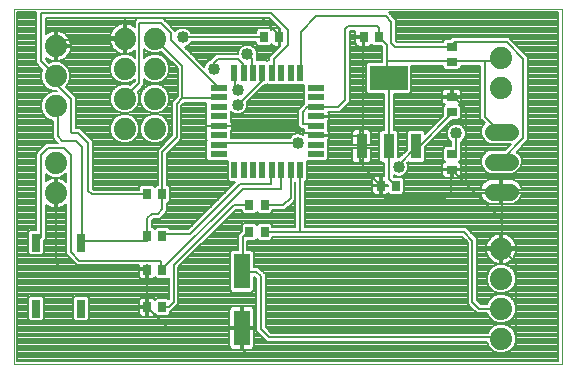
<source format=gtl>
G75*
%MOIN*%
%OFA0B0*%
%FSLAX24Y24*%
%IPPOS*%
%LPD*%
%AMOC8*
5,1,8,0,0,1.08239X$1,22.5*
%
%ADD10C,0.0000*%
%ADD11R,0.0374X0.0846*%
%ADD12R,0.1280X0.0846*%
%ADD13C,0.0560*%
%ADD14C,0.0740*%
%ADD15R,0.0276X0.0354*%
%ADD16R,0.0354X0.0276*%
%ADD17R,0.0580X0.0200*%
%ADD18R,0.0200X0.0580*%
%ADD19R,0.0551X0.1181*%
%ADD20R,0.0300X0.0600*%
%ADD21C,0.0080*%
%ADD22C,0.0400*%
D10*
X000579Y000563D02*
X000579Y012409D01*
X018849Y012409D01*
X018849Y000563D01*
X000579Y000563D01*
D11*
X012173Y007822D03*
X013079Y007822D03*
X013984Y007822D03*
D12*
X013079Y010105D03*
D13*
X016549Y008313D02*
X017109Y008313D01*
X017109Y007313D02*
X016549Y007313D01*
X016549Y006313D02*
X017109Y006313D01*
D14*
X016829Y004413D03*
X016829Y003413D03*
X016829Y002413D03*
X016829Y001413D03*
X005279Y008413D03*
X004279Y008413D03*
X004279Y009413D03*
X005279Y009413D03*
X005279Y010413D03*
X004279Y010413D03*
X004279Y011413D03*
X005279Y011413D03*
X001979Y011163D03*
X001979Y010163D03*
X001979Y009163D03*
X001979Y007273D03*
X001979Y006273D03*
X016829Y009763D03*
X016829Y010763D03*
D15*
X012754Y011463D03*
X012243Y011463D03*
X009434Y011463D03*
X008923Y011463D03*
X012813Y006513D03*
X013324Y006513D03*
X008944Y005853D03*
X008433Y005853D03*
X008433Y004973D03*
X008944Y004973D03*
X005534Y004843D03*
X005023Y004843D03*
X005023Y003713D03*
X005534Y003713D03*
X005534Y002463D03*
X005023Y002463D03*
X005023Y006223D03*
X005534Y006223D03*
D16*
X015179Y007047D03*
X015179Y007559D03*
X015179Y008957D03*
X015179Y009469D03*
X015179Y010617D03*
X015179Y011129D03*
D17*
X010649Y009763D03*
X010649Y009453D03*
X010649Y009133D03*
X010649Y008823D03*
X010649Y008503D03*
X010649Y008193D03*
X010649Y007873D03*
X010649Y007563D03*
X007409Y007563D03*
X007409Y007873D03*
X007409Y008193D03*
X007409Y008503D03*
X007409Y008823D03*
X007409Y009133D03*
X007409Y009453D03*
X007409Y009763D03*
D18*
X007929Y010283D03*
X008239Y010283D03*
X008559Y010283D03*
X008869Y010283D03*
X009189Y010283D03*
X009499Y010283D03*
X009819Y010283D03*
X010129Y010283D03*
X010129Y007043D03*
X009819Y007043D03*
X009499Y007043D03*
X009189Y007043D03*
X008869Y007043D03*
X008559Y007043D03*
X008239Y007043D03*
X007929Y007043D03*
D19*
X008179Y003658D03*
X008179Y001768D03*
D20*
X002809Y002413D03*
X001309Y002413D03*
X001309Y004613D03*
X002809Y004613D03*
D21*
X002839Y004643D01*
X002839Y007813D01*
X002639Y008013D01*
X002189Y008013D01*
X002049Y008153D01*
X002049Y009133D01*
X001979Y009163D01*
X001523Y009343D02*
X000699Y009343D01*
X000699Y009421D02*
X001555Y009421D01*
X001563Y009441D02*
X001489Y009261D01*
X001489Y009066D01*
X001563Y008886D01*
X001701Y008748D01*
X001881Y008673D01*
X001889Y008673D01*
X001889Y008087D01*
X000699Y008087D01*
X000699Y008165D02*
X001889Y008165D01*
X001889Y008087D02*
X002029Y007947D01*
X002042Y007933D01*
X001662Y007933D01*
X001569Y007840D01*
X001569Y007840D01*
X001329Y007600D01*
X001329Y005033D01*
X001109Y005033D01*
X001039Y004963D01*
X001039Y004264D01*
X001109Y004193D01*
X001508Y004193D01*
X001579Y004264D01*
X001579Y004677D01*
X001649Y004747D01*
X001649Y005883D01*
X001711Y005837D01*
X001783Y005801D01*
X001859Y005776D01*
X001938Y005763D01*
X001939Y005763D01*
X001939Y006233D01*
X002019Y006233D01*
X002329Y006233D01*
X002329Y006313D01*
X002019Y006313D01*
X002019Y006233D01*
X002019Y005763D01*
X002098Y005776D01*
X002174Y005801D01*
X002246Y005837D01*
X002311Y005884D01*
X002329Y005902D01*
X002329Y004227D01*
X002422Y004133D01*
X002422Y004133D01*
X002609Y003947D01*
X002702Y003853D01*
X004745Y003853D01*
X004745Y003742D01*
X004994Y003742D01*
X004994Y003853D01*
X005052Y003853D01*
X005052Y003742D01*
X004994Y003742D01*
X004994Y003684D01*
X005052Y003684D01*
X005052Y003396D01*
X005179Y003396D01*
X005215Y003406D01*
X005246Y003424D01*
X005273Y003450D01*
X005287Y003476D01*
X005347Y003416D01*
X005722Y003416D01*
X005749Y003443D01*
X005749Y002734D01*
X005722Y002760D01*
X005347Y002760D01*
X005287Y002701D01*
X005273Y002726D01*
X005246Y002752D01*
X005215Y002771D01*
X005179Y002780D01*
X005052Y002780D01*
X005052Y002492D01*
X004994Y002492D01*
X004994Y002780D01*
X004866Y002780D01*
X004831Y002771D01*
X004799Y002752D01*
X004773Y002726D01*
X004754Y002694D01*
X004745Y002659D01*
X004745Y002492D01*
X004994Y002492D01*
X004994Y002434D01*
X005052Y002434D01*
X005052Y002146D01*
X005179Y002146D01*
X005215Y002156D01*
X005246Y002174D01*
X005273Y002200D01*
X005287Y002226D01*
X005347Y002166D01*
X005722Y002166D01*
X005792Y002236D01*
X005792Y002293D01*
X005805Y002293D01*
X005899Y002387D01*
X006069Y002557D01*
X006069Y003787D01*
X007975Y005693D01*
X008175Y005693D01*
X008175Y005626D01*
X008245Y005556D01*
X008620Y005556D01*
X008689Y005624D01*
X008757Y005556D01*
X009132Y005556D01*
X009202Y005626D01*
X009202Y005693D01*
X009625Y005693D01*
X009875Y005943D01*
X009969Y006037D01*
X009969Y006634D01*
X009969Y005133D01*
X009202Y005133D01*
X009202Y005200D01*
X009132Y005270D01*
X008757Y005270D01*
X008689Y005202D01*
X008620Y005270D01*
X008245Y005270D01*
X008175Y005200D01*
X008175Y005006D01*
X008142Y004973D01*
X008049Y004880D01*
X008049Y004369D01*
X007853Y004369D01*
X007783Y004298D01*
X007783Y003018D01*
X007853Y002948D01*
X008504Y002948D01*
X008574Y003018D01*
X008574Y003483D01*
X008602Y003483D01*
X008659Y003427D01*
X008659Y001667D01*
X008752Y001573D01*
X009032Y001293D01*
X016348Y001293D01*
X016413Y001136D01*
X016551Y000998D01*
X016731Y000923D01*
X016926Y000923D01*
X017106Y000998D01*
X017244Y001136D01*
X017319Y001316D01*
X017319Y001511D01*
X017244Y001691D01*
X017106Y001829D01*
X016926Y001903D01*
X016731Y001903D01*
X016551Y001829D01*
X016413Y001691D01*
X016381Y001613D01*
X009165Y001613D01*
X008979Y001800D01*
X008979Y003560D01*
X008829Y003710D01*
X008735Y003803D01*
X008574Y003803D01*
X008574Y004298D01*
X008504Y004369D01*
X008369Y004369D01*
X008369Y004676D01*
X008620Y004676D01*
X008689Y004744D01*
X008757Y004676D01*
X009132Y004676D01*
X009202Y004746D01*
X009202Y004813D01*
X015512Y004813D01*
X015709Y004617D01*
X015709Y002577D01*
X015802Y002483D01*
X016032Y002253D01*
X016364Y002253D01*
X016413Y002136D01*
X016551Y001998D01*
X016731Y001923D01*
X016926Y001923D01*
X017106Y001998D01*
X017244Y002136D01*
X017319Y002316D01*
X017319Y002511D01*
X017244Y002691D01*
X017106Y002829D01*
X016926Y002903D01*
X016731Y002903D01*
X016551Y002829D01*
X016413Y002691D01*
X016364Y002573D01*
X016165Y002573D01*
X016029Y002710D01*
X016029Y004750D01*
X015645Y005133D01*
X010289Y005133D01*
X010289Y006644D01*
X010349Y006704D01*
X010349Y007343D01*
X010988Y007343D01*
X011059Y007414D01*
X011059Y007713D01*
X011053Y007718D01*
X011059Y007724D01*
X011059Y008021D01*
X011069Y008039D01*
X011079Y008075D01*
X011079Y008183D01*
X010659Y008183D01*
X010659Y008203D01*
X011079Y008203D01*
X011079Y008312D01*
X011069Y008347D01*
X011059Y008365D01*
X011059Y008651D01*
X011069Y008669D01*
X011079Y008705D01*
X011079Y008813D01*
X010659Y008813D01*
X010659Y008833D01*
X011079Y008833D01*
X011079Y008942D01*
X011070Y008973D01*
X011455Y008973D01*
X011549Y009067D01*
X011779Y009297D01*
X011779Y011657D01*
X011795Y011673D01*
X011969Y011673D01*
X011965Y011659D01*
X011965Y011492D01*
X012214Y011492D01*
X012214Y011434D01*
X012272Y011434D01*
X012272Y011146D01*
X012399Y011146D01*
X012435Y011156D01*
X012466Y011174D01*
X012493Y011200D01*
X012507Y011226D01*
X012567Y011166D01*
X012829Y011166D01*
X012849Y011147D01*
X012849Y010648D01*
X012389Y010648D01*
X012319Y010578D01*
X012319Y009632D01*
X012389Y009562D01*
X012929Y009562D01*
X012929Y008365D01*
X012842Y008365D01*
X012772Y008294D01*
X012772Y007349D01*
X012842Y007278D01*
X012929Y007278D01*
X012929Y006830D01*
X012842Y006830D01*
X012842Y006542D01*
X013053Y006542D01*
X013067Y006529D01*
X013067Y006484D01*
X012842Y006484D01*
X012842Y006542D01*
X012784Y006542D01*
X012784Y006830D01*
X012656Y006830D01*
X012621Y006821D01*
X012589Y006802D01*
X012563Y006776D01*
X012544Y006744D01*
X012535Y006709D01*
X012535Y006542D01*
X012784Y006542D01*
X012784Y006484D01*
X012842Y006484D01*
X012842Y006196D01*
X012969Y006196D01*
X013005Y006206D01*
X013036Y006224D01*
X013063Y006250D01*
X013077Y006276D01*
X013137Y006216D01*
X013512Y006216D01*
X013582Y006286D01*
X013582Y006740D01*
X013512Y006810D01*
X013249Y006810D01*
X013249Y006853D01*
X013345Y006813D01*
X013472Y006813D01*
X013590Y006862D01*
X013680Y006952D01*
X013729Y007070D01*
X013729Y007197D01*
X013696Y007275D01*
X013724Y007302D01*
X013723Y007302D01*
X013724Y007302D02*
X013747Y007278D01*
X014221Y007278D01*
X014291Y007349D01*
X014291Y007789D01*
X015201Y008700D01*
X015405Y008700D01*
X015476Y008770D01*
X015476Y009145D01*
X015416Y009205D01*
X015442Y009219D01*
X015468Y009245D01*
X015486Y009277D01*
X015496Y009313D01*
X015496Y009440D01*
X015207Y009440D01*
X015207Y009498D01*
X015150Y009498D01*
X015150Y009747D01*
X014983Y009747D01*
X014947Y009737D01*
X014915Y009719D01*
X014889Y009693D01*
X014871Y009661D01*
X014861Y009625D01*
X014861Y009498D01*
X015150Y009498D01*
X015150Y009440D01*
X014861Y009440D01*
X014861Y009313D01*
X014871Y009277D01*
X014889Y009245D01*
X014915Y009219D01*
X014941Y009205D01*
X014881Y009145D01*
X014881Y008832D01*
X014291Y008242D01*
X014291Y008294D01*
X014221Y008365D01*
X013747Y008365D01*
X013677Y008294D01*
X013677Y007708D01*
X013422Y007453D01*
X013386Y007453D01*
X013386Y008294D01*
X013315Y008365D01*
X013249Y008365D01*
X013249Y009562D01*
X013768Y009562D01*
X013838Y009632D01*
X013838Y010493D01*
X014881Y010493D01*
X014881Y010430D01*
X014952Y010360D01*
X015405Y010360D01*
X015476Y010430D01*
X015476Y010493D01*
X016129Y010493D01*
X016129Y008747D01*
X016222Y008653D01*
X016273Y008603D01*
X016209Y008540D01*
X016149Y008393D01*
X016149Y008234D01*
X016209Y008087D01*
X015606Y008087D01*
X015600Y008072D02*
X015649Y008190D01*
X015649Y008317D01*
X015600Y008435D01*
X015510Y008525D01*
X015392Y008573D01*
X015265Y008573D01*
X015147Y008525D01*
X015057Y008435D01*
X015009Y008317D01*
X015009Y008190D01*
X015057Y008072D01*
X015147Y007982D01*
X015169Y007973D01*
X015169Y007817D01*
X014952Y007817D01*
X014881Y007747D01*
X014881Y007372D01*
X014941Y007312D01*
X014915Y007297D01*
X014889Y007271D01*
X014871Y007239D01*
X014861Y007204D01*
X014861Y007076D01*
X015150Y007076D01*
X015150Y007018D01*
X015207Y007018D01*
X015207Y006770D01*
X015374Y006770D01*
X015410Y006779D01*
X015442Y006798D01*
X015468Y006824D01*
X015486Y006856D01*
X015496Y006891D01*
X015496Y007018D01*
X015207Y007018D01*
X015207Y007076D01*
X015496Y007076D01*
X015496Y007204D01*
X015486Y007239D01*
X015468Y007271D01*
X015442Y007297D01*
X015416Y007312D01*
X015476Y007372D01*
X015476Y007614D01*
X015489Y007627D01*
X015489Y007973D01*
X015510Y007982D01*
X015600Y008072D01*
X015536Y008008D02*
X016288Y008008D01*
X016322Y007974D02*
X016469Y007913D01*
X017162Y007913D01*
X016962Y007713D01*
X016469Y007713D01*
X016322Y007652D01*
X016209Y007540D01*
X016149Y007393D01*
X016149Y007234D01*
X016209Y007087D01*
X016322Y006974D01*
X016469Y006913D01*
X017188Y006913D01*
X017335Y006974D01*
X017448Y007087D01*
X017509Y007234D01*
X017509Y007393D01*
X017448Y007540D01*
X017345Y007643D01*
X017635Y007933D01*
X017729Y008027D01*
X017729Y010800D01*
X017169Y011360D01*
X017075Y011453D01*
X015182Y011453D01*
X015116Y011387D01*
X014952Y011387D01*
X014881Y011317D01*
X014881Y011293D01*
X013365Y011293D01*
X013329Y011330D01*
X013329Y012040D01*
X013235Y012133D01*
X013079Y012289D01*
X018729Y012289D01*
X018729Y000683D01*
X000699Y000683D01*
X000699Y012289D01*
X001329Y012289D01*
X001329Y010587D01*
X001537Y010378D01*
X001489Y010261D01*
X001489Y010066D01*
X001563Y009886D01*
X001701Y009748D01*
X001881Y009673D01*
X001992Y009673D01*
X002012Y009653D01*
X001881Y009653D01*
X001701Y009579D01*
X001563Y009441D01*
X001622Y009500D02*
X000699Y009500D01*
X000699Y009578D02*
X001701Y009578D01*
X001731Y009735D02*
X000699Y009735D01*
X000699Y009657D02*
X002009Y009657D01*
X001979Y009913D02*
X002479Y009413D01*
X002479Y008303D01*
X002509Y008273D01*
X002719Y008273D01*
X003059Y007933D01*
X003059Y006343D01*
X003179Y006223D01*
X005023Y006223D01*
X004765Y006383D02*
X003245Y006383D01*
X003219Y006410D01*
X003219Y008000D01*
X003125Y008093D01*
X002785Y008433D01*
X002639Y008433D01*
X002639Y009480D01*
X002545Y009573D01*
X002313Y009805D01*
X002394Y009886D01*
X002469Y010066D01*
X002469Y010261D01*
X002394Y010441D01*
X002256Y010579D01*
X002076Y010653D01*
X001881Y010653D01*
X001764Y010605D01*
X001649Y010720D01*
X001649Y010773D01*
X001711Y010727D01*
X001783Y010691D01*
X001859Y010666D01*
X001938Y010653D01*
X001939Y010653D01*
X001939Y011123D01*
X002019Y011123D01*
X002019Y011203D01*
X002489Y011203D01*
X002489Y011203D01*
X002476Y011283D01*
X002451Y011359D01*
X002415Y011431D01*
X002368Y011495D01*
X002311Y011552D01*
X002246Y011599D01*
X002174Y011636D01*
X002098Y011661D01*
X002019Y011673D01*
X002019Y011673D01*
X002019Y011203D01*
X001939Y011203D01*
X001939Y011673D01*
X001938Y011673D01*
X001859Y011661D01*
X001783Y011636D01*
X001711Y011599D01*
X001649Y011554D01*
X001649Y012093D01*
X009102Y012093D01*
X009463Y011732D01*
X009463Y011492D01*
X009406Y011492D01*
X009406Y011780D01*
X009278Y011780D01*
X009243Y011771D01*
X009211Y011752D01*
X009185Y011726D01*
X009170Y011701D01*
X009110Y011760D01*
X008735Y011760D01*
X008665Y011690D01*
X008665Y011613D01*
X006489Y011613D01*
X006480Y011635D01*
X006390Y011725D01*
X006272Y011773D01*
X006145Y011773D01*
X006027Y011725D01*
X005969Y011666D01*
X005969Y011680D01*
X005649Y012000D01*
X005555Y012093D01*
X004702Y012093D01*
X004609Y012000D01*
X004609Y011804D01*
X004546Y011849D01*
X004474Y011886D01*
X004398Y011911D01*
X004319Y011923D01*
X004319Y011923D01*
X004319Y011453D01*
X004239Y011453D01*
X004239Y011923D01*
X004238Y011923D01*
X004159Y011911D01*
X004083Y011886D01*
X004011Y011849D01*
X003946Y011802D01*
X003890Y011745D01*
X003842Y011681D01*
X003806Y011609D01*
X003781Y011533D01*
X003769Y011453D01*
X004239Y011453D01*
X004239Y011373D01*
X004319Y011373D01*
X004319Y010903D01*
X004398Y010916D01*
X004474Y010941D01*
X004546Y010977D01*
X004609Y011023D01*
X004609Y010776D01*
X004556Y010829D01*
X004376Y010903D01*
X004181Y010903D01*
X004001Y010829D01*
X003863Y010691D01*
X003789Y010511D01*
X003789Y010316D01*
X003863Y010136D01*
X004001Y009998D01*
X004181Y009923D01*
X004376Y009923D01*
X004556Y009998D01*
X004609Y010050D01*
X004609Y010000D01*
X004472Y009863D01*
X004376Y009903D01*
X004181Y009903D01*
X004001Y009829D01*
X003863Y009691D01*
X003789Y009511D01*
X003789Y009316D01*
X003863Y009136D01*
X004001Y008998D01*
X004181Y008923D01*
X004376Y008923D01*
X004556Y008998D01*
X004694Y009136D01*
X004769Y009316D01*
X004769Y009511D01*
X004711Y009649D01*
X004929Y009867D01*
X004929Y010070D01*
X005001Y009998D01*
X005181Y009923D01*
X005376Y009923D01*
X005556Y009998D01*
X005694Y010136D01*
X005769Y010316D01*
X005769Y010511D01*
X005694Y010691D01*
X005556Y010829D01*
X005376Y010903D01*
X005181Y010903D01*
X005001Y010829D01*
X004929Y010756D01*
X004929Y011070D01*
X004929Y011070D01*
X005001Y010998D01*
X005181Y010923D01*
X005376Y010923D01*
X005494Y010972D01*
X006039Y010427D01*
X006039Y009500D01*
X005769Y009500D01*
X005769Y009511D02*
X005694Y009691D01*
X005556Y009829D01*
X005376Y009903D01*
X005181Y009903D01*
X005001Y009829D01*
X004863Y009691D01*
X004789Y009511D01*
X004789Y009316D01*
X004863Y009136D01*
X005001Y008998D01*
X005181Y008923D01*
X005376Y008923D01*
X005556Y008998D01*
X005694Y009136D01*
X005769Y009316D01*
X005769Y009511D01*
X005741Y009578D02*
X006039Y009578D01*
X006039Y009500D02*
X005849Y009310D01*
X005849Y008190D01*
X005374Y007715D01*
X005374Y006520D01*
X005347Y006520D01*
X005279Y006452D01*
X005210Y006520D01*
X004835Y006520D01*
X004765Y006450D01*
X004765Y006383D01*
X004765Y006438D02*
X003219Y006438D01*
X003219Y006517D02*
X004832Y006517D01*
X005214Y006517D02*
X005343Y006517D01*
X005374Y006595D02*
X003219Y006595D01*
X003219Y006674D02*
X005374Y006674D01*
X005374Y006752D02*
X003219Y006752D01*
X003219Y006831D02*
X005374Y006831D01*
X005374Y006909D02*
X003219Y006909D01*
X003219Y006988D02*
X005374Y006988D01*
X005374Y007066D02*
X003219Y007066D01*
X003219Y007145D02*
X005374Y007145D01*
X005374Y007223D02*
X003219Y007223D01*
X003219Y007302D02*
X005374Y007302D01*
X005374Y007380D02*
X003219Y007380D01*
X003219Y007459D02*
X005374Y007459D01*
X005374Y007537D02*
X003219Y007537D01*
X003219Y007616D02*
X005374Y007616D01*
X005374Y007694D02*
X003219Y007694D01*
X003219Y007773D02*
X005432Y007773D01*
X005510Y007851D02*
X003219Y007851D01*
X003219Y007930D02*
X004165Y007930D01*
X004181Y007923D02*
X004001Y007998D01*
X003863Y008136D01*
X003789Y008316D01*
X003789Y008511D01*
X003863Y008691D01*
X004001Y008829D01*
X004181Y008903D01*
X004376Y008903D01*
X004556Y008829D01*
X004694Y008691D01*
X004769Y008511D01*
X004769Y008316D01*
X004694Y008136D01*
X004556Y007998D01*
X004376Y007923D01*
X004181Y007923D01*
X003991Y008008D02*
X003210Y008008D01*
X003131Y008087D02*
X003912Y008087D01*
X003851Y008165D02*
X003053Y008165D01*
X002974Y008244D02*
X003818Y008244D01*
X003789Y008322D02*
X002896Y008322D01*
X002817Y008401D02*
X003789Y008401D01*
X003789Y008479D02*
X002639Y008479D01*
X002639Y008558D02*
X003808Y008558D01*
X003841Y008636D02*
X002639Y008636D01*
X002639Y008715D02*
X003887Y008715D01*
X003966Y008793D02*
X002639Y008793D01*
X002639Y008872D02*
X004105Y008872D01*
X004116Y008950D02*
X002639Y008950D01*
X002639Y009029D02*
X003970Y009029D01*
X003892Y009107D02*
X002639Y009107D01*
X002639Y009186D02*
X003842Y009186D01*
X003810Y009264D02*
X002639Y009264D01*
X002639Y009343D02*
X003789Y009343D01*
X003789Y009421D02*
X002639Y009421D01*
X002618Y009500D02*
X003789Y009500D01*
X003817Y009578D02*
X002540Y009578D01*
X002461Y009657D02*
X003849Y009657D01*
X003908Y009735D02*
X002383Y009735D01*
X002322Y009814D02*
X003986Y009814D01*
X004155Y009892D02*
X002397Y009892D01*
X002429Y009971D02*
X004066Y009971D01*
X003950Y010049D02*
X002462Y010049D01*
X002469Y010128D02*
X003871Y010128D01*
X003834Y010206D02*
X002469Y010206D01*
X002459Y010285D02*
X003801Y010285D01*
X003789Y010363D02*
X002426Y010363D01*
X002393Y010442D02*
X003789Y010442D01*
X003793Y010520D02*
X002314Y010520D01*
X002207Y010599D02*
X003825Y010599D01*
X003858Y010677D02*
X002133Y010677D01*
X002098Y010666D02*
X002174Y010691D01*
X002246Y010727D01*
X002311Y010774D01*
X002368Y010831D01*
X002415Y010896D01*
X002451Y010967D01*
X002476Y011044D01*
X002489Y011123D01*
X002489Y011123D01*
X002019Y011123D01*
X002019Y010653D01*
X002098Y010666D01*
X002019Y010677D02*
X001939Y010677D01*
X001939Y010756D02*
X002019Y010756D01*
X002019Y010834D02*
X001939Y010834D01*
X001939Y010913D02*
X002019Y010913D01*
X002019Y010991D02*
X001939Y010991D01*
X001939Y011070D02*
X002019Y011070D01*
X002019Y011148D02*
X003841Y011148D01*
X003842Y011146D02*
X003890Y011081D01*
X003946Y011024D01*
X004011Y010977D01*
X004083Y010941D01*
X004159Y010916D01*
X004238Y010903D01*
X004239Y010903D01*
X004239Y011373D01*
X003769Y011373D01*
X003781Y011294D01*
X003806Y011217D01*
X003842Y011146D01*
X003803Y011227D02*
X002485Y011227D01*
X002469Y011305D02*
X003779Y011305D01*
X003769Y011373D02*
X003769Y011373D01*
X003769Y011453D02*
X003769Y011453D01*
X003770Y011462D02*
X002392Y011462D01*
X002439Y011384D02*
X004239Y011384D01*
X004209Y011373D02*
X004279Y011413D01*
X004289Y011453D01*
X004289Y012093D01*
X008849Y012093D01*
X009409Y011533D01*
X009434Y011463D01*
X009406Y011434D02*
X009463Y011434D01*
X009463Y011174D01*
X009089Y010800D01*
X009089Y010693D01*
X009039Y010693D01*
X009029Y010683D01*
X009018Y010693D01*
X008719Y010693D01*
X008714Y010688D01*
X008708Y010693D01*
X008689Y010693D01*
X008689Y010800D01*
X008680Y010808D01*
X008689Y010830D01*
X008689Y010957D01*
X008640Y011075D01*
X008550Y011165D01*
X008432Y011213D01*
X008305Y011213D01*
X008187Y011165D01*
X008097Y011075D01*
X008049Y010957D01*
X008049Y010893D01*
X007312Y010893D01*
X007219Y010800D01*
X007129Y010710D01*
X007067Y010685D01*
X006977Y010595D01*
X006929Y010479D01*
X006274Y011134D01*
X006390Y011182D01*
X006480Y011272D01*
X006489Y011293D01*
X008665Y011293D01*
X008665Y011236D01*
X008735Y011166D01*
X009110Y011166D01*
X009170Y011226D01*
X009185Y011200D01*
X009211Y011174D01*
X009243Y011156D01*
X009278Y011146D01*
X009406Y011146D01*
X009406Y011434D01*
X009406Y011384D02*
X009463Y011384D01*
X009463Y011305D02*
X009406Y011305D01*
X009406Y011227D02*
X009463Y011227D01*
X009437Y011148D02*
X009406Y011148D01*
X009359Y011070D02*
X008642Y011070D01*
X008674Y010991D02*
X009280Y010991D01*
X009202Y010913D02*
X008689Y010913D01*
X008689Y010834D02*
X009123Y010834D01*
X009089Y010756D02*
X008689Y010756D01*
X008529Y010733D02*
X008369Y010893D01*
X008566Y011148D02*
X009270Y011148D01*
X009249Y010733D02*
X009729Y011213D01*
X009729Y011693D01*
X009169Y012253D01*
X001489Y012253D01*
X001489Y010653D01*
X001979Y010163D01*
X001979Y009913D01*
X001635Y009814D02*
X000699Y009814D01*
X000699Y009892D02*
X001560Y009892D01*
X001528Y009971D02*
X000699Y009971D01*
X000699Y010049D02*
X001495Y010049D01*
X001489Y010128D02*
X000699Y010128D01*
X000699Y010206D02*
X001489Y010206D01*
X001499Y010285D02*
X000699Y010285D01*
X000699Y010363D02*
X001531Y010363D01*
X001474Y010442D02*
X000699Y010442D01*
X000699Y010520D02*
X001395Y010520D01*
X001329Y010599D02*
X000699Y010599D01*
X000699Y010677D02*
X001329Y010677D01*
X001329Y010756D02*
X000699Y010756D01*
X000699Y010834D02*
X001329Y010834D01*
X001329Y010913D02*
X000699Y010913D01*
X000699Y010991D02*
X001329Y010991D01*
X001329Y011070D02*
X000699Y011070D01*
X000699Y011148D02*
X001329Y011148D01*
X001329Y011227D02*
X000699Y011227D01*
X000699Y011305D02*
X001329Y011305D01*
X001329Y011384D02*
X000699Y011384D01*
X000699Y011462D02*
X001329Y011462D01*
X001329Y011541D02*
X000699Y011541D01*
X000699Y011619D02*
X001329Y011619D01*
X001329Y011698D02*
X000699Y011698D01*
X000699Y011776D02*
X001329Y011776D01*
X001329Y011855D02*
X000699Y011855D01*
X000699Y011933D02*
X001329Y011933D01*
X001329Y012012D02*
X000699Y012012D01*
X000699Y012090D02*
X001329Y012090D01*
X001329Y012169D02*
X000699Y012169D01*
X000699Y012247D02*
X001329Y012247D01*
X001649Y012090D02*
X004699Y012090D01*
X004621Y012012D02*
X001649Y012012D01*
X001649Y011933D02*
X004609Y011933D01*
X004609Y011855D02*
X004535Y011855D01*
X004319Y011855D02*
X004239Y011855D01*
X004239Y011776D02*
X004319Y011776D01*
X004319Y011698D02*
X004239Y011698D01*
X004239Y011619D02*
X004319Y011619D01*
X004319Y011541D02*
X004239Y011541D01*
X004239Y011462D02*
X004319Y011462D01*
X004209Y011373D02*
X002049Y011373D01*
X002049Y011213D01*
X001979Y011163D01*
X001939Y011227D02*
X002019Y011227D01*
X002019Y011305D02*
X001939Y011305D01*
X001939Y011384D02*
X002019Y011384D01*
X002019Y011462D02*
X001939Y011462D01*
X001939Y011541D02*
X002019Y011541D01*
X002019Y011619D02*
X001939Y011619D01*
X001750Y011619D02*
X001649Y011619D01*
X001649Y011698D02*
X003855Y011698D01*
X003811Y011619D02*
X002207Y011619D01*
X002322Y011541D02*
X003784Y011541D01*
X003920Y011776D02*
X001649Y011776D01*
X001649Y011855D02*
X004022Y011855D01*
X004239Y011305D02*
X004319Y011305D01*
X004319Y011227D02*
X004239Y011227D01*
X004239Y011148D02*
X004319Y011148D01*
X004319Y011070D02*
X004239Y011070D01*
X004239Y010991D02*
X004319Y010991D01*
X004319Y010913D02*
X004239Y010913D01*
X004178Y010913D02*
X002423Y010913D01*
X002459Y010991D02*
X003992Y010991D01*
X003901Y011070D02*
X002480Y011070D01*
X002370Y010834D02*
X004015Y010834D01*
X003928Y010756D02*
X002285Y010756D01*
X002019Y010653D02*
X002019Y010653D01*
X001824Y010677D02*
X001691Y010677D01*
X001672Y010756D02*
X001649Y010756D01*
X001490Y009264D02*
X000699Y009264D01*
X000699Y009186D02*
X001489Y009186D01*
X001489Y009107D02*
X000699Y009107D01*
X000699Y009029D02*
X001504Y009029D01*
X001536Y008950D02*
X000699Y008950D01*
X000699Y008872D02*
X001577Y008872D01*
X001656Y008793D02*
X000699Y008793D01*
X000699Y008715D02*
X001781Y008715D01*
X001889Y008636D02*
X000699Y008636D01*
X000699Y008558D02*
X001889Y008558D01*
X001889Y008479D02*
X000699Y008479D01*
X000699Y008401D02*
X001889Y008401D01*
X001889Y008322D02*
X000699Y008322D01*
X000699Y008244D02*
X001889Y008244D01*
X001967Y008008D02*
X000699Y008008D01*
X000699Y007930D02*
X001659Y007930D01*
X001580Y007851D02*
X000699Y007851D01*
X000699Y007773D02*
X001502Y007773D01*
X001423Y007694D02*
X000699Y007694D01*
X000699Y007616D02*
X001345Y007616D01*
X001329Y007537D02*
X000699Y007537D01*
X000699Y007459D02*
X001329Y007459D01*
X001329Y007380D02*
X000699Y007380D01*
X000699Y007302D02*
X001329Y007302D01*
X001329Y007223D02*
X000699Y007223D01*
X000699Y007145D02*
X001329Y007145D01*
X001329Y007066D02*
X000699Y007066D01*
X000699Y006988D02*
X001329Y006988D01*
X001329Y006909D02*
X000699Y006909D01*
X000699Y006831D02*
X001329Y006831D01*
X001329Y006752D02*
X000699Y006752D01*
X000699Y006674D02*
X001329Y006674D01*
X001329Y006595D02*
X000699Y006595D01*
X000699Y006517D02*
X001329Y006517D01*
X001329Y006438D02*
X000699Y006438D01*
X000699Y006360D02*
X001329Y006360D01*
X001329Y006281D02*
X000699Y006281D01*
X000699Y006203D02*
X001329Y006203D01*
X001329Y006124D02*
X000699Y006124D01*
X000699Y006046D02*
X001329Y006046D01*
X001329Y005967D02*
X000699Y005967D01*
X000699Y005889D02*
X001329Y005889D01*
X001329Y005810D02*
X000699Y005810D01*
X000699Y005732D02*
X001329Y005732D01*
X001329Y005653D02*
X000699Y005653D01*
X000699Y005575D02*
X001329Y005575D01*
X001329Y005496D02*
X000699Y005496D01*
X000699Y005418D02*
X001329Y005418D01*
X001329Y005339D02*
X000699Y005339D01*
X000699Y005261D02*
X001329Y005261D01*
X001329Y005182D02*
X000699Y005182D01*
X000699Y005104D02*
X001329Y005104D01*
X001101Y005025D02*
X000699Y005025D01*
X000699Y004947D02*
X001039Y004947D01*
X001039Y004868D02*
X000699Y004868D01*
X000699Y004790D02*
X001039Y004790D01*
X001039Y004711D02*
X000699Y004711D01*
X000699Y004633D02*
X001039Y004633D01*
X001039Y004554D02*
X000699Y004554D01*
X000699Y004476D02*
X001039Y004476D01*
X001039Y004397D02*
X000699Y004397D01*
X000699Y004319D02*
X001039Y004319D01*
X001062Y004240D02*
X000699Y004240D01*
X000699Y004162D02*
X002394Y004162D01*
X002329Y004240D02*
X001555Y004240D01*
X001579Y004319D02*
X002329Y004319D01*
X002329Y004397D02*
X001579Y004397D01*
X001579Y004476D02*
X002329Y004476D01*
X002329Y004554D02*
X001579Y004554D01*
X001579Y004633D02*
X002329Y004633D01*
X002329Y004711D02*
X001613Y004711D01*
X001649Y004790D02*
X002329Y004790D01*
X002329Y004868D02*
X001649Y004868D01*
X001649Y004947D02*
X002329Y004947D01*
X002329Y005025D02*
X001649Y005025D01*
X001649Y005104D02*
X002329Y005104D01*
X002329Y005182D02*
X001649Y005182D01*
X001649Y005261D02*
X002329Y005261D01*
X002329Y005339D02*
X001649Y005339D01*
X001649Y005418D02*
X002329Y005418D01*
X002329Y005496D02*
X001649Y005496D01*
X001649Y005575D02*
X002329Y005575D01*
X002329Y005653D02*
X001649Y005653D01*
X001649Y005732D02*
X002329Y005732D01*
X002329Y005810D02*
X002193Y005810D01*
X002315Y005889D02*
X002329Y005889D01*
X002019Y005889D02*
X001939Y005889D01*
X001939Y005967D02*
X002019Y005967D01*
X002019Y006046D02*
X001939Y006046D01*
X001939Y006124D02*
X002019Y006124D01*
X002019Y006203D02*
X001939Y006203D01*
X001979Y006273D02*
X001979Y003943D01*
X002149Y003773D01*
X005009Y003773D01*
X005023Y003713D01*
X005009Y003693D01*
X005009Y002493D01*
X005023Y002463D01*
X005089Y002413D01*
X005729Y001773D01*
X008129Y001773D01*
X008179Y001768D01*
X008179Y001053D01*
X008339Y000893D01*
X017009Y000893D01*
X017329Y001213D01*
X017329Y003933D01*
X016849Y004413D01*
X016829Y004413D01*
X016769Y004413D01*
X016789Y004397D02*
X016029Y004397D01*
X016029Y004319D02*
X016327Y004319D01*
X016331Y004294D02*
X016319Y004373D01*
X016319Y004373D01*
X016789Y004373D01*
X016869Y004373D01*
X016869Y004453D01*
X017339Y004453D01*
X017339Y004453D01*
X017326Y004533D01*
X017301Y004609D01*
X017265Y004681D01*
X017218Y004745D01*
X017161Y004802D01*
X017096Y004849D01*
X017024Y004886D01*
X016948Y004911D01*
X016869Y004923D01*
X016869Y004923D01*
X016869Y004453D01*
X016789Y004453D01*
X016789Y004923D01*
X016788Y004923D01*
X016709Y004911D01*
X016633Y004886D01*
X016561Y004849D01*
X016496Y004802D01*
X016440Y004745D01*
X016392Y004681D01*
X016356Y004609D01*
X016331Y004533D01*
X016319Y004453D01*
X016789Y004453D01*
X016789Y004373D01*
X016789Y003903D01*
X016788Y003903D01*
X016709Y003916D01*
X016633Y003941D01*
X016561Y003977D01*
X016496Y004024D01*
X016440Y004081D01*
X016392Y004146D01*
X016356Y004217D01*
X016331Y004294D01*
X016349Y004240D02*
X016029Y004240D01*
X016029Y004162D02*
X016384Y004162D01*
X016438Y004083D02*
X016029Y004083D01*
X016029Y004005D02*
X016523Y004005D01*
X016677Y003926D02*
X016029Y003926D01*
X016029Y003848D02*
X016597Y003848D01*
X016551Y003829D02*
X016413Y003691D01*
X016339Y003511D01*
X016339Y003316D01*
X016413Y003136D01*
X016551Y002998D01*
X016731Y002923D01*
X016926Y002923D01*
X017106Y002998D01*
X017244Y003136D01*
X017319Y003316D01*
X017319Y003511D01*
X017244Y003691D01*
X017106Y003829D01*
X016926Y003903D01*
X016731Y003903D01*
X016551Y003829D01*
X016492Y003769D02*
X016029Y003769D01*
X016029Y003691D02*
X016413Y003691D01*
X016381Y003612D02*
X016029Y003612D01*
X016029Y003534D02*
X016348Y003534D01*
X016339Y003455D02*
X016029Y003455D01*
X016029Y003377D02*
X016339Y003377D01*
X016346Y003298D02*
X016029Y003298D01*
X016029Y003220D02*
X016378Y003220D01*
X016411Y003141D02*
X016029Y003141D01*
X016029Y003063D02*
X016486Y003063D01*
X016584Y002984D02*
X016029Y002984D01*
X016029Y002906D02*
X018729Y002906D01*
X018729Y002984D02*
X017073Y002984D01*
X017171Y003063D02*
X018729Y003063D01*
X018729Y003141D02*
X017246Y003141D01*
X017279Y003220D02*
X018729Y003220D01*
X018729Y003298D02*
X017311Y003298D01*
X017319Y003377D02*
X018729Y003377D01*
X018729Y003455D02*
X017319Y003455D01*
X017309Y003534D02*
X018729Y003534D01*
X018729Y003612D02*
X017277Y003612D01*
X017244Y003691D02*
X018729Y003691D01*
X018729Y003769D02*
X017165Y003769D01*
X017060Y003848D02*
X018729Y003848D01*
X018729Y003926D02*
X016980Y003926D01*
X016948Y003916D02*
X017024Y003941D01*
X017096Y003977D01*
X017161Y004024D01*
X017218Y004081D01*
X017265Y004146D01*
X017301Y004217D01*
X017326Y004294D01*
X017339Y004373D01*
X017339Y004373D01*
X016869Y004373D01*
X016869Y003903D01*
X016948Y003916D01*
X016869Y003926D02*
X016789Y003926D01*
X016789Y004005D02*
X016869Y004005D01*
X016869Y004083D02*
X016789Y004083D01*
X016789Y004162D02*
X016869Y004162D01*
X016869Y004240D02*
X016789Y004240D01*
X016789Y004319D02*
X016869Y004319D01*
X016869Y004397D02*
X018729Y004397D01*
X018729Y004319D02*
X017330Y004319D01*
X017309Y004240D02*
X018729Y004240D01*
X018729Y004162D02*
X017273Y004162D01*
X017219Y004083D02*
X018729Y004083D01*
X018729Y004005D02*
X017134Y004005D01*
X016869Y003903D02*
X016869Y003903D01*
X016849Y004413D02*
X016849Y005373D01*
X015649Y006573D01*
X015649Y009053D01*
X015249Y009453D01*
X015179Y009469D01*
X015207Y009498D02*
X015207Y009747D01*
X015374Y009747D01*
X015410Y009737D01*
X015442Y009719D01*
X015468Y009693D01*
X015486Y009661D01*
X015496Y009625D01*
X015496Y009498D01*
X015207Y009498D01*
X015207Y009500D02*
X015150Y009500D01*
X015150Y009578D02*
X015207Y009578D01*
X015207Y009657D02*
X015150Y009657D01*
X015150Y009735D02*
X015207Y009735D01*
X015413Y009735D02*
X016129Y009735D01*
X016129Y009657D02*
X015487Y009657D01*
X015496Y009578D02*
X016129Y009578D01*
X016129Y009500D02*
X015496Y009500D01*
X015496Y009421D02*
X016129Y009421D01*
X016129Y009343D02*
X015496Y009343D01*
X015479Y009264D02*
X016129Y009264D01*
X016129Y009186D02*
X015435Y009186D01*
X015476Y009107D02*
X016129Y009107D01*
X016129Y009029D02*
X015476Y009029D01*
X015476Y008950D02*
X016129Y008950D01*
X016129Y008872D02*
X015476Y008872D01*
X015476Y008793D02*
X016129Y008793D01*
X016161Y008715D02*
X015421Y008715D01*
X015429Y008558D02*
X016227Y008558D01*
X016239Y008636D02*
X015138Y008636D01*
X015059Y008558D02*
X015228Y008558D01*
X015102Y008479D02*
X014981Y008479D01*
X015043Y008401D02*
X014902Y008401D01*
X014824Y008322D02*
X015011Y008322D01*
X015009Y008244D02*
X014745Y008244D01*
X014667Y008165D02*
X015019Y008165D01*
X015051Y008087D02*
X014588Y008087D01*
X014510Y008008D02*
X015121Y008008D01*
X015169Y007930D02*
X014431Y007930D01*
X014353Y007851D02*
X015169Y007851D01*
X015329Y007693D02*
X015329Y008253D01*
X015649Y008244D02*
X016149Y008244D01*
X016149Y008322D02*
X015646Y008322D01*
X015614Y008401D02*
X016152Y008401D01*
X016184Y008479D02*
X015555Y008479D01*
X015639Y008165D02*
X016177Y008165D01*
X016209Y008087D02*
X016322Y007974D01*
X016429Y007930D02*
X015489Y007930D01*
X015489Y007851D02*
X017100Y007851D01*
X017022Y007773D02*
X015489Y007773D01*
X015489Y007694D02*
X016423Y007694D01*
X016285Y007616D02*
X015477Y007616D01*
X015476Y007537D02*
X016208Y007537D01*
X016176Y007459D02*
X015476Y007459D01*
X015476Y007380D02*
X016149Y007380D01*
X016149Y007302D02*
X015434Y007302D01*
X015490Y007223D02*
X016153Y007223D01*
X016185Y007145D02*
X015496Y007145D01*
X015207Y007066D02*
X016230Y007066D01*
X016308Y006988D02*
X015496Y006988D01*
X015496Y006909D02*
X018729Y006909D01*
X018729Y006831D02*
X015472Y006831D01*
X015207Y006831D02*
X015150Y006831D01*
X015150Y006770D02*
X015150Y007018D01*
X014861Y007018D01*
X014861Y006891D01*
X014871Y006856D01*
X014889Y006824D01*
X014915Y006798D01*
X014947Y006779D01*
X014983Y006770D01*
X015150Y006770D01*
X015150Y006909D02*
X015207Y006909D01*
X015169Y006973D02*
X015179Y007047D01*
X015159Y007027D01*
X015159Y006313D01*
X014929Y006083D01*
X012989Y006083D01*
X012849Y006223D01*
X012849Y006493D01*
X012813Y006513D01*
X012769Y006573D01*
X012209Y007133D01*
X012209Y007773D01*
X012173Y007822D01*
X012209Y008173D01*
X011089Y008173D01*
X011089Y008813D01*
X010689Y008813D01*
X010649Y008823D01*
X010609Y008573D02*
X010649Y008503D01*
X010609Y008573D02*
X010209Y008573D01*
X010209Y008973D01*
X010369Y009133D01*
X010649Y009133D01*
X011389Y009133D01*
X011619Y009363D01*
X011619Y011723D01*
X011729Y011833D01*
X012679Y011833D01*
X012754Y011757D01*
X012754Y011463D01*
X012769Y011453D01*
X013009Y011213D01*
X013009Y010653D01*
X015169Y010653D01*
X015179Y010617D01*
X015249Y010653D01*
X016289Y010653D01*
X016289Y008813D01*
X016769Y008333D01*
X016829Y008313D01*
X017569Y008093D02*
X017569Y010733D01*
X017009Y011293D01*
X015249Y011293D01*
X015249Y011133D01*
X015179Y011129D01*
X015174Y011133D01*
X013299Y011133D01*
X013169Y011263D01*
X013169Y011973D01*
X012989Y012153D01*
X010649Y012153D01*
X010139Y011643D01*
X010139Y010293D01*
X010129Y010283D01*
X010239Y009873D02*
X009979Y009873D01*
X009974Y009879D01*
X009968Y009873D01*
X009669Y009873D01*
X009659Y009884D01*
X009648Y009873D01*
X009349Y009873D01*
X009344Y009879D01*
X009338Y009873D01*
X009039Y009873D01*
X009029Y009884D01*
X009018Y009873D01*
X008935Y009873D01*
X008360Y009298D01*
X008369Y009277D01*
X008369Y009150D01*
X008320Y009032D01*
X008230Y008942D01*
X008112Y008893D01*
X007985Y008893D01*
X007867Y008942D01*
X007819Y008991D01*
X007819Y008984D01*
X007813Y008978D01*
X007819Y008973D01*
X007819Y008675D01*
X007829Y008657D01*
X007839Y008622D01*
X007839Y008513D01*
X007419Y008513D01*
X007419Y008493D01*
X007839Y008493D01*
X007839Y008385D01*
X007829Y008349D01*
X007819Y008331D01*
X007819Y008093D01*
X009768Y008093D01*
X009777Y008115D01*
X009867Y008205D01*
X009985Y008253D01*
X010112Y008253D01*
X010219Y008209D01*
X010219Y008312D01*
X010228Y008347D01*
X010239Y008365D01*
X010239Y008413D01*
X010142Y008413D01*
X010049Y008507D01*
X010049Y009040D01*
X010209Y009200D01*
X010239Y009230D01*
X010239Y009283D01*
X010249Y009293D01*
X010239Y009304D01*
X010239Y009603D01*
X010244Y009608D01*
X010239Y009614D01*
X010239Y009873D01*
X010239Y009814D02*
X008875Y009814D01*
X008797Y009735D02*
X010239Y009735D01*
X010239Y009657D02*
X008718Y009657D01*
X008640Y009578D02*
X010239Y009578D01*
X010239Y009500D02*
X008561Y009500D01*
X008483Y009421D02*
X010239Y009421D01*
X010239Y009343D02*
X008404Y009343D01*
X008369Y009264D02*
X010239Y009264D01*
X010195Y009186D02*
X008369Y009186D01*
X008351Y009107D02*
X010116Y009107D01*
X010049Y009029D02*
X008317Y009029D01*
X008238Y008950D02*
X010049Y008950D01*
X010049Y008872D02*
X007819Y008872D01*
X007819Y008950D02*
X007859Y008950D01*
X007819Y008793D02*
X010049Y008793D01*
X010049Y008715D02*
X007819Y008715D01*
X007835Y008636D02*
X010049Y008636D01*
X010049Y008558D02*
X007839Y008558D01*
X007839Y008479D02*
X010076Y008479D01*
X010049Y008493D02*
X010289Y008253D01*
X010609Y008253D01*
X010649Y008193D01*
X010689Y008173D01*
X011089Y008173D01*
X011079Y008165D02*
X011846Y008165D01*
X011846Y008087D02*
X011079Y008087D01*
X011059Y008008D02*
X011846Y008008D01*
X011846Y007930D02*
X011059Y007930D01*
X011059Y007851D02*
X012133Y007851D01*
X012133Y007862D02*
X012133Y007782D01*
X011846Y007782D01*
X011846Y007380D01*
X011856Y007344D01*
X011874Y007312D01*
X011900Y007286D01*
X011932Y007268D01*
X011968Y007258D01*
X012133Y007258D01*
X012133Y007782D01*
X012213Y007782D01*
X012213Y007862D01*
X012133Y007862D01*
X012133Y008385D01*
X011968Y008385D01*
X011932Y008375D01*
X011900Y008357D01*
X011874Y008331D01*
X011856Y008299D01*
X011846Y008263D01*
X011846Y007862D01*
X012133Y007862D01*
X012173Y007822D02*
X012209Y007853D01*
X012209Y008173D01*
X012209Y011453D01*
X012243Y011463D01*
X012214Y011462D02*
X011779Y011462D01*
X011779Y011384D02*
X011965Y011384D01*
X011965Y011434D02*
X011965Y011268D01*
X011974Y011232D01*
X011993Y011200D01*
X012019Y011174D01*
X012051Y011156D01*
X012086Y011146D01*
X012214Y011146D01*
X012214Y011434D01*
X011965Y011434D01*
X011965Y011541D02*
X011779Y011541D01*
X011779Y011619D02*
X011965Y011619D01*
X011965Y011305D02*
X011779Y011305D01*
X011779Y011227D02*
X011977Y011227D01*
X012078Y011148D02*
X011779Y011148D01*
X011779Y011070D02*
X012849Y011070D01*
X012847Y011148D02*
X012407Y011148D01*
X012272Y011148D02*
X012214Y011148D01*
X012214Y011227D02*
X012272Y011227D01*
X012272Y011305D02*
X012214Y011305D01*
X012214Y011384D02*
X012272Y011384D01*
X011779Y010991D02*
X012849Y010991D01*
X012849Y010913D02*
X011779Y010913D01*
X011779Y010834D02*
X012849Y010834D01*
X012849Y010756D02*
X011779Y010756D01*
X011779Y010677D02*
X012849Y010677D01*
X013009Y010653D02*
X013009Y010173D01*
X013079Y010105D01*
X013089Y010093D01*
X013089Y007853D01*
X013079Y007822D01*
X013089Y007773D01*
X013089Y006733D01*
X013249Y006573D01*
X013324Y006513D01*
X013582Y006517D02*
X016181Y006517D01*
X016189Y006533D02*
X016159Y006474D01*
X016139Y006412D01*
X016130Y006353D01*
X016789Y006353D01*
X016789Y006733D01*
X016516Y006733D01*
X016450Y006723D01*
X016387Y006702D01*
X016328Y006672D01*
X016275Y006634D01*
X016228Y006587D01*
X016189Y006533D01*
X016237Y006595D02*
X013582Y006595D01*
X013582Y006674D02*
X016331Y006674D01*
X016148Y006438D02*
X013582Y006438D01*
X013582Y006360D02*
X016131Y006360D01*
X016130Y006273D02*
X016139Y006215D01*
X016159Y006152D01*
X016189Y006093D01*
X016228Y006040D01*
X016275Y005993D01*
X016328Y005954D01*
X016387Y005924D01*
X016450Y005904D01*
X016516Y005893D01*
X016789Y005893D01*
X016789Y006273D01*
X016869Y006273D01*
X016869Y006353D01*
X017527Y006353D01*
X017518Y006412D01*
X017498Y006474D01*
X017468Y006533D01*
X017429Y006587D01*
X017382Y006634D01*
X017329Y006672D01*
X017270Y006702D01*
X017207Y006723D01*
X017142Y006733D01*
X016869Y006733D01*
X016869Y006353D01*
X016789Y006353D01*
X016789Y006273D01*
X016130Y006273D01*
X016143Y006203D02*
X012994Y006203D01*
X012842Y006203D02*
X012784Y006203D01*
X012784Y006196D02*
X012784Y006484D01*
X012535Y006484D01*
X012535Y006318D01*
X012544Y006282D01*
X012563Y006250D01*
X012589Y006224D01*
X012621Y006206D01*
X012656Y006196D01*
X012784Y006196D01*
X012784Y006281D02*
X012842Y006281D01*
X012842Y006360D02*
X012784Y006360D01*
X012784Y006438D02*
X012842Y006438D01*
X012842Y006517D02*
X013067Y006517D01*
X012842Y006595D02*
X012784Y006595D01*
X012784Y006517D02*
X010289Y006517D01*
X010289Y006595D02*
X012535Y006595D01*
X012535Y006674D02*
X010319Y006674D01*
X010349Y006752D02*
X012549Y006752D01*
X012784Y006752D02*
X012842Y006752D01*
X012842Y006674D02*
X012784Y006674D01*
X012929Y006831D02*
X010349Y006831D01*
X010349Y006909D02*
X012929Y006909D01*
X012929Y006988D02*
X010349Y006988D01*
X010349Y007066D02*
X012929Y007066D01*
X012929Y007145D02*
X010349Y007145D01*
X010349Y007223D02*
X012929Y007223D01*
X012818Y007302D02*
X012462Y007302D01*
X012472Y007312D02*
X012491Y007344D01*
X012500Y007380D01*
X012500Y007782D01*
X012213Y007782D01*
X012213Y007258D01*
X012379Y007258D01*
X012414Y007268D01*
X012446Y007286D01*
X012472Y007312D01*
X012500Y007380D02*
X012772Y007380D01*
X012772Y007459D02*
X012500Y007459D01*
X012500Y007537D02*
X012772Y007537D01*
X012772Y007616D02*
X012500Y007616D01*
X012500Y007694D02*
X012772Y007694D01*
X012772Y007773D02*
X012500Y007773D01*
X012500Y007862D02*
X012213Y007862D01*
X012213Y008385D01*
X012379Y008385D01*
X012414Y008375D01*
X012446Y008357D01*
X012472Y008331D01*
X012491Y008299D01*
X012500Y008263D01*
X012500Y007862D01*
X012500Y007930D02*
X012772Y007930D01*
X012772Y008008D02*
X012500Y008008D01*
X012500Y008087D02*
X012772Y008087D01*
X012772Y008165D02*
X012500Y008165D01*
X012500Y008244D02*
X012772Y008244D01*
X012799Y008322D02*
X012477Y008322D01*
X012213Y008322D02*
X012133Y008322D01*
X012133Y008244D02*
X012213Y008244D01*
X012213Y008165D02*
X012133Y008165D01*
X012133Y008087D02*
X012213Y008087D01*
X012213Y008008D02*
X012133Y008008D01*
X012133Y007930D02*
X012213Y007930D01*
X012213Y007851D02*
X012772Y007851D01*
X012213Y007773D02*
X012133Y007773D01*
X012133Y007694D02*
X012213Y007694D01*
X012213Y007616D02*
X012133Y007616D01*
X012133Y007537D02*
X012213Y007537D01*
X012213Y007459D02*
X012133Y007459D01*
X012133Y007380D02*
X012213Y007380D01*
X012213Y007302D02*
X012133Y007302D01*
X011885Y007302D02*
X010349Y007302D01*
X010129Y007043D02*
X010129Y004973D01*
X015579Y004973D01*
X015869Y004683D01*
X015869Y002643D01*
X016099Y002413D01*
X016829Y002413D01*
X017270Y002199D02*
X018729Y002199D01*
X018729Y002121D02*
X017229Y002121D01*
X017151Y002042D02*
X018729Y002042D01*
X018729Y001964D02*
X017024Y001964D01*
X016969Y001885D02*
X018729Y001885D01*
X018729Y001807D02*
X017128Y001807D01*
X017207Y001728D02*
X018729Y001728D01*
X018729Y001650D02*
X017261Y001650D01*
X017293Y001571D02*
X018729Y001571D01*
X018729Y001493D02*
X017319Y001493D01*
X017319Y001414D02*
X018729Y001414D01*
X018729Y001336D02*
X017319Y001336D01*
X017294Y001257D02*
X018729Y001257D01*
X018729Y001179D02*
X017262Y001179D01*
X017209Y001100D02*
X018729Y001100D01*
X018729Y001022D02*
X017130Y001022D01*
X016974Y000943D02*
X018729Y000943D01*
X018729Y000865D02*
X000699Y000865D01*
X000699Y000943D02*
X016683Y000943D01*
X016527Y001022D02*
X000699Y001022D01*
X000699Y001100D02*
X007786Y001100D01*
X007791Y001092D02*
X007817Y001066D01*
X007849Y001047D01*
X007885Y001038D01*
X008139Y001038D01*
X008139Y001728D01*
X008219Y001728D01*
X008219Y001808D01*
X008594Y001808D01*
X008594Y002377D01*
X008585Y002413D01*
X008566Y002445D01*
X008540Y002471D01*
X008508Y002489D01*
X008473Y002499D01*
X008219Y002499D01*
X008219Y001808D01*
X008139Y001808D01*
X008139Y001728D01*
X008219Y001728D01*
X008594Y001728D01*
X008659Y001728D01*
X008594Y001728D02*
X008594Y001159D01*
X008585Y001124D01*
X008566Y001092D01*
X008540Y001066D01*
X008508Y001047D01*
X008473Y001038D01*
X008219Y001038D01*
X008219Y001728D01*
X008209Y001693D02*
X008179Y001768D01*
X008219Y001807D02*
X008659Y001807D01*
X008659Y001885D02*
X008594Y001885D01*
X008594Y001964D02*
X008659Y001964D01*
X008659Y002042D02*
X008594Y002042D01*
X008594Y002121D02*
X008659Y002121D01*
X008659Y002199D02*
X008594Y002199D01*
X008594Y002278D02*
X008659Y002278D01*
X008659Y002356D02*
X008594Y002356D01*
X008572Y002435D02*
X008659Y002435D01*
X008659Y002513D02*
X006025Y002513D01*
X006069Y002592D02*
X008659Y002592D01*
X008659Y002670D02*
X006069Y002670D01*
X006069Y002749D02*
X008659Y002749D01*
X008659Y002827D02*
X006069Y002827D01*
X006069Y002906D02*
X008659Y002906D01*
X008659Y002984D02*
X008541Y002984D01*
X008574Y003063D02*
X008659Y003063D01*
X008659Y003141D02*
X008574Y003141D01*
X008574Y003220D02*
X008659Y003220D01*
X008659Y003298D02*
X008574Y003298D01*
X008574Y003377D02*
X008659Y003377D01*
X008630Y003455D02*
X008574Y003455D01*
X008669Y003643D02*
X008819Y003493D01*
X008819Y001733D01*
X009099Y001453D01*
X016769Y001453D01*
X016829Y001413D01*
X016363Y001257D02*
X008594Y001257D01*
X008594Y001179D02*
X016395Y001179D01*
X016449Y001100D02*
X008571Y001100D01*
X008594Y001336D02*
X008990Y001336D01*
X008911Y001414D02*
X008594Y001414D01*
X008594Y001493D02*
X008833Y001493D01*
X008754Y001571D02*
X008594Y001571D01*
X008594Y001650D02*
X008676Y001650D01*
X008979Y001807D02*
X016529Y001807D01*
X016451Y001728D02*
X009050Y001728D01*
X009128Y001650D02*
X016396Y001650D01*
X016688Y001885D02*
X008979Y001885D01*
X008979Y001964D02*
X016633Y001964D01*
X016507Y002042D02*
X008979Y002042D01*
X008979Y002121D02*
X016428Y002121D01*
X016387Y002199D02*
X008979Y002199D01*
X008979Y002278D02*
X016008Y002278D01*
X015929Y002356D02*
X008979Y002356D01*
X008979Y002435D02*
X015851Y002435D01*
X015772Y002513D02*
X008979Y002513D01*
X008979Y002592D02*
X015709Y002592D01*
X015709Y002670D02*
X008979Y002670D01*
X008979Y002749D02*
X015709Y002749D01*
X015709Y002827D02*
X008979Y002827D01*
X008979Y002906D02*
X015709Y002906D01*
X015709Y002984D02*
X008979Y002984D01*
X008979Y003063D02*
X015709Y003063D01*
X015709Y003141D02*
X008979Y003141D01*
X008979Y003220D02*
X015709Y003220D01*
X015709Y003298D02*
X008979Y003298D01*
X008979Y003377D02*
X015709Y003377D01*
X015709Y003455D02*
X008979Y003455D01*
X008979Y003534D02*
X015709Y003534D01*
X015709Y003612D02*
X008926Y003612D01*
X008847Y003691D02*
X015709Y003691D01*
X015709Y003769D02*
X008769Y003769D01*
X008669Y003643D02*
X008193Y003643D01*
X008179Y003658D01*
X008209Y003613D01*
X008179Y003658D02*
X008209Y003693D01*
X008209Y004813D01*
X008369Y004973D01*
X008433Y004973D01*
X008175Y005025D02*
X007307Y005025D01*
X007228Y004947D02*
X008116Y004947D01*
X008049Y004868D02*
X007150Y004868D01*
X007071Y004790D02*
X008049Y004790D01*
X008049Y004711D02*
X006993Y004711D01*
X006914Y004633D02*
X008049Y004633D01*
X008049Y004554D02*
X006836Y004554D01*
X006757Y004476D02*
X008049Y004476D01*
X008049Y004397D02*
X006679Y004397D01*
X006600Y004319D02*
X007803Y004319D01*
X007783Y004240D02*
X006522Y004240D01*
X006443Y004162D02*
X007783Y004162D01*
X007783Y004083D02*
X006365Y004083D01*
X006286Y004005D02*
X007783Y004005D01*
X007783Y003926D02*
X006208Y003926D01*
X006129Y003848D02*
X007783Y003848D01*
X007783Y003769D02*
X006069Y003769D01*
X006069Y003691D02*
X007783Y003691D01*
X007783Y003612D02*
X006069Y003612D01*
X006069Y003534D02*
X007783Y003534D01*
X007783Y003455D02*
X006069Y003455D01*
X006069Y003377D02*
X007783Y003377D01*
X007783Y003298D02*
X006069Y003298D01*
X006069Y003220D02*
X007783Y003220D01*
X007783Y003141D02*
X006069Y003141D01*
X006069Y003063D02*
X007783Y003063D01*
X007817Y002984D02*
X006069Y002984D01*
X005749Y002984D02*
X000699Y002984D01*
X000699Y002906D02*
X005749Y002906D01*
X005749Y002827D02*
X003014Y002827D01*
X003008Y002833D02*
X002609Y002833D01*
X002539Y002763D01*
X002539Y002064D01*
X002609Y001993D01*
X003008Y001993D01*
X003079Y002064D01*
X003079Y002763D01*
X003008Y002833D01*
X003079Y002749D02*
X004795Y002749D01*
X004748Y002670D02*
X003079Y002670D01*
X003079Y002592D02*
X004745Y002592D01*
X004745Y002513D02*
X003079Y002513D01*
X003079Y002435D02*
X004994Y002435D01*
X004994Y002434D02*
X004745Y002434D01*
X004745Y002268D01*
X004754Y002232D01*
X004773Y002200D01*
X004799Y002174D01*
X004831Y002156D01*
X004866Y002146D01*
X004994Y002146D01*
X004994Y002434D01*
X004994Y002356D02*
X005052Y002356D01*
X005052Y002278D02*
X004994Y002278D01*
X004994Y002199D02*
X005052Y002199D01*
X005272Y002199D02*
X005314Y002199D01*
X005544Y002453D02*
X005534Y002463D01*
X005569Y002493D01*
X005544Y002453D02*
X005739Y002453D01*
X005909Y002623D01*
X005909Y003853D01*
X007909Y005853D01*
X008433Y005853D01*
X008175Y005653D02*
X007935Y005653D01*
X007856Y005575D02*
X008226Y005575D01*
X008236Y005261D02*
X007542Y005261D01*
X007464Y005182D02*
X008175Y005182D01*
X008175Y005104D02*
X007385Y005104D01*
X007621Y005339D02*
X009969Y005339D01*
X009969Y005261D02*
X009142Y005261D01*
X009202Y005182D02*
X009969Y005182D01*
X009969Y005418D02*
X007699Y005418D01*
X007778Y005496D02*
X009969Y005496D01*
X009969Y005575D02*
X009151Y005575D01*
X009202Y005653D02*
X009969Y005653D01*
X009969Y005732D02*
X009663Y005732D01*
X009742Y005810D02*
X009969Y005810D01*
X009969Y005889D02*
X009820Y005889D01*
X009899Y005967D02*
X009969Y005967D01*
X009969Y006046D02*
X009969Y006046D01*
X009969Y006124D02*
X009969Y006124D01*
X009969Y006203D02*
X009969Y006203D01*
X009969Y006281D02*
X009969Y006281D01*
X009969Y006360D02*
X009969Y006360D01*
X009969Y006438D02*
X009969Y006438D01*
X009969Y006517D02*
X009969Y006517D01*
X009969Y006595D02*
X009969Y006595D01*
X009969Y006634D02*
X009969Y006634D01*
X010289Y006438D02*
X012535Y006438D01*
X012535Y006360D02*
X010289Y006360D01*
X010289Y006281D02*
X012545Y006281D01*
X012631Y006203D02*
X010289Y006203D01*
X010289Y006124D02*
X016173Y006124D01*
X016224Y006046D02*
X010289Y006046D01*
X010289Y005967D02*
X016310Y005967D01*
X016789Y005967D02*
X016869Y005967D01*
X016869Y005893D02*
X017142Y005893D01*
X017207Y005904D01*
X017270Y005924D01*
X017329Y005954D01*
X017382Y005993D01*
X017429Y006040D01*
X017468Y006093D01*
X017498Y006152D01*
X017518Y006215D01*
X017527Y006273D01*
X016869Y006273D01*
X016869Y005893D01*
X016869Y006046D02*
X016789Y006046D01*
X016789Y006124D02*
X016869Y006124D01*
X016869Y006203D02*
X016789Y006203D01*
X016849Y006253D02*
X016829Y006313D01*
X016869Y006281D02*
X018729Y006281D01*
X018729Y006203D02*
X017514Y006203D01*
X017484Y006124D02*
X018729Y006124D01*
X018729Y006046D02*
X017433Y006046D01*
X017347Y005967D02*
X018729Y005967D01*
X018729Y005889D02*
X010289Y005889D01*
X010289Y005810D02*
X018729Y005810D01*
X018729Y005732D02*
X010289Y005732D01*
X010289Y005653D02*
X018729Y005653D01*
X018729Y005575D02*
X010289Y005575D01*
X010289Y005496D02*
X018729Y005496D01*
X018729Y005418D02*
X010289Y005418D01*
X010289Y005339D02*
X018729Y005339D01*
X018729Y005261D02*
X010289Y005261D01*
X010289Y005182D02*
X018729Y005182D01*
X018729Y005104D02*
X015674Y005104D01*
X015753Y005025D02*
X018729Y005025D01*
X018729Y004947D02*
X015831Y004947D01*
X015910Y004868D02*
X016598Y004868D01*
X016484Y004790D02*
X015988Y004790D01*
X016029Y004711D02*
X016415Y004711D01*
X016368Y004633D02*
X016029Y004633D01*
X016029Y004554D02*
X016338Y004554D01*
X016322Y004476D02*
X016029Y004476D01*
X016319Y004453D02*
X016319Y004453D01*
X016789Y004476D02*
X016869Y004476D01*
X016869Y004554D02*
X016789Y004554D01*
X016789Y004633D02*
X016869Y004633D01*
X016869Y004711D02*
X016789Y004711D01*
X016789Y004790D02*
X016869Y004790D01*
X016869Y004868D02*
X016789Y004868D01*
X017059Y004868D02*
X018729Y004868D01*
X018729Y004790D02*
X017173Y004790D01*
X017242Y004711D02*
X018729Y004711D01*
X018729Y004633D02*
X017289Y004633D01*
X017319Y004554D02*
X018729Y004554D01*
X018729Y004476D02*
X017335Y004476D01*
X016849Y005373D02*
X016849Y006253D01*
X016789Y006281D02*
X013577Y006281D01*
X013570Y006752D02*
X018729Y006752D01*
X018729Y006674D02*
X017326Y006674D01*
X017420Y006595D02*
X018729Y006595D01*
X018729Y006517D02*
X017476Y006517D01*
X017510Y006438D02*
X018729Y006438D01*
X018729Y006360D02*
X017526Y006360D01*
X017349Y006988D02*
X018729Y006988D01*
X018729Y007066D02*
X017427Y007066D01*
X017472Y007145D02*
X018729Y007145D01*
X018729Y007223D02*
X017504Y007223D01*
X017509Y007302D02*
X018729Y007302D01*
X018729Y007380D02*
X017509Y007380D01*
X017481Y007459D02*
X018729Y007459D01*
X018729Y007537D02*
X017449Y007537D01*
X017372Y007616D02*
X018729Y007616D01*
X018729Y007694D02*
X017396Y007694D01*
X017474Y007773D02*
X018729Y007773D01*
X018729Y007851D02*
X017553Y007851D01*
X017631Y007930D02*
X018729Y007930D01*
X018729Y008008D02*
X017710Y008008D01*
X017729Y008087D02*
X018729Y008087D01*
X018729Y008165D02*
X017729Y008165D01*
X017729Y008244D02*
X018729Y008244D01*
X018729Y008322D02*
X017729Y008322D01*
X017729Y008401D02*
X018729Y008401D01*
X018729Y008479D02*
X017729Y008479D01*
X017729Y008558D02*
X018729Y008558D01*
X018729Y008636D02*
X017729Y008636D01*
X017729Y008715D02*
X018729Y008715D01*
X018729Y008793D02*
X017729Y008793D01*
X017729Y008872D02*
X018729Y008872D01*
X018729Y008950D02*
X017729Y008950D01*
X017729Y009029D02*
X018729Y009029D01*
X018729Y009107D02*
X017729Y009107D01*
X017729Y009186D02*
X018729Y009186D01*
X018729Y009264D02*
X017729Y009264D01*
X017729Y009343D02*
X018729Y009343D01*
X018729Y009421D02*
X017729Y009421D01*
X017729Y009500D02*
X018729Y009500D01*
X018729Y009578D02*
X017729Y009578D01*
X017729Y009657D02*
X018729Y009657D01*
X018729Y009735D02*
X017729Y009735D01*
X017729Y009814D02*
X018729Y009814D01*
X018729Y009892D02*
X017729Y009892D01*
X017729Y009971D02*
X018729Y009971D01*
X018729Y010049D02*
X017729Y010049D01*
X017729Y010128D02*
X018729Y010128D01*
X018729Y010206D02*
X017729Y010206D01*
X017729Y010285D02*
X018729Y010285D01*
X018729Y010363D02*
X017729Y010363D01*
X017729Y010442D02*
X018729Y010442D01*
X018729Y010520D02*
X017729Y010520D01*
X017729Y010599D02*
X018729Y010599D01*
X018729Y010677D02*
X017729Y010677D01*
X017729Y010756D02*
X018729Y010756D01*
X018729Y010834D02*
X017694Y010834D01*
X017615Y010913D02*
X018729Y010913D01*
X018729Y010991D02*
X017537Y010991D01*
X017458Y011070D02*
X018729Y011070D01*
X018729Y011148D02*
X017380Y011148D01*
X017301Y011227D02*
X018729Y011227D01*
X018729Y011305D02*
X017223Y011305D01*
X017144Y011384D02*
X018729Y011384D01*
X018729Y011462D02*
X013329Y011462D01*
X013329Y011384D02*
X014949Y011384D01*
X014881Y011305D02*
X013353Y011305D01*
X013329Y011541D02*
X018729Y011541D01*
X018729Y011619D02*
X013329Y011619D01*
X013329Y011698D02*
X018729Y011698D01*
X018729Y011776D02*
X013329Y011776D01*
X013329Y011855D02*
X018729Y011855D01*
X018729Y011933D02*
X013329Y011933D01*
X013329Y012012D02*
X018729Y012012D01*
X018729Y012090D02*
X013278Y012090D01*
X013199Y012169D02*
X018729Y012169D01*
X018729Y012247D02*
X013121Y012247D01*
X015169Y011133D02*
X015179Y011129D01*
X015476Y010442D02*
X016129Y010442D01*
X016129Y010363D02*
X015409Y010363D01*
X014948Y010363D02*
X013838Y010363D01*
X013838Y010285D02*
X016129Y010285D01*
X016129Y010206D02*
X013838Y010206D01*
X013838Y010128D02*
X016129Y010128D01*
X016129Y010049D02*
X013838Y010049D01*
X013838Y009971D02*
X016129Y009971D01*
X016129Y009892D02*
X013838Y009892D01*
X013838Y009814D02*
X016129Y009814D01*
X014944Y009735D02*
X013838Y009735D01*
X013838Y009657D02*
X014870Y009657D01*
X014861Y009578D02*
X013785Y009578D01*
X013249Y009500D02*
X014861Y009500D01*
X014861Y009421D02*
X013249Y009421D01*
X013249Y009343D02*
X014861Y009343D01*
X014878Y009264D02*
X013249Y009264D01*
X013249Y009186D02*
X014922Y009186D01*
X014881Y009107D02*
X013249Y009107D01*
X013249Y009029D02*
X014881Y009029D01*
X014881Y008950D02*
X013249Y008950D01*
X013249Y008872D02*
X014881Y008872D01*
X014842Y008793D02*
X013249Y008793D01*
X013249Y008715D02*
X014764Y008715D01*
X014685Y008636D02*
X013249Y008636D01*
X013249Y008558D02*
X014607Y008558D01*
X014528Y008479D02*
X013249Y008479D01*
X013249Y008401D02*
X014450Y008401D01*
X014371Y008322D02*
X014263Y008322D01*
X014291Y008244D02*
X014293Y008244D01*
X013984Y007822D02*
X014049Y007773D01*
X015169Y008893D01*
X015179Y008957D01*
X013705Y008322D02*
X013358Y008322D01*
X013386Y008244D02*
X013677Y008244D01*
X013677Y008165D02*
X013386Y008165D01*
X013386Y008087D02*
X013677Y008087D01*
X013677Y008008D02*
X013386Y008008D01*
X013386Y007930D02*
X013677Y007930D01*
X013677Y007851D02*
X013386Y007851D01*
X013386Y007773D02*
X013677Y007773D01*
X013663Y007694D02*
X013386Y007694D01*
X013386Y007616D02*
X013585Y007616D01*
X013506Y007537D02*
X013386Y007537D01*
X013386Y007459D02*
X013428Y007459D01*
X013409Y007213D02*
X013409Y007133D01*
X013409Y007213D02*
X013969Y007773D01*
X013984Y007822D01*
X014291Y007773D02*
X014908Y007773D01*
X014881Y007694D02*
X014291Y007694D01*
X014291Y007616D02*
X014881Y007616D01*
X014881Y007537D02*
X014291Y007537D01*
X014291Y007459D02*
X014881Y007459D01*
X014881Y007380D02*
X014291Y007380D01*
X014244Y007302D02*
X014924Y007302D01*
X014867Y007223D02*
X013718Y007223D01*
X013729Y007145D02*
X014861Y007145D01*
X015150Y007066D02*
X013727Y007066D01*
X013695Y006988D02*
X014861Y006988D01*
X014861Y006909D02*
X013637Y006909D01*
X013515Y006831D02*
X014885Y006831D01*
X015150Y006988D02*
X015207Y006988D01*
X015249Y006973D02*
X015179Y007047D01*
X015249Y006973D02*
X015649Y006573D01*
X016789Y006595D02*
X016869Y006595D01*
X016869Y006517D02*
X016789Y006517D01*
X016789Y006438D02*
X016869Y006438D01*
X016869Y006360D02*
X016789Y006360D01*
X016789Y006674D02*
X016869Y006674D01*
X016829Y007313D02*
X016849Y007373D01*
X017569Y008093D01*
X015329Y007693D02*
X015249Y007613D01*
X015179Y007559D01*
X013303Y006831D02*
X013249Y006831D01*
X011846Y007380D02*
X011025Y007380D01*
X011059Y007459D02*
X011846Y007459D01*
X011846Y007537D02*
X011059Y007537D01*
X011059Y007616D02*
X011846Y007616D01*
X011846Y007694D02*
X011059Y007694D01*
X011059Y007773D02*
X011846Y007773D01*
X011846Y008244D02*
X011079Y008244D01*
X011076Y008322D02*
X011869Y008322D01*
X011059Y008401D02*
X012929Y008401D01*
X012929Y008479D02*
X011059Y008479D01*
X011059Y008558D02*
X012929Y008558D01*
X012929Y008636D02*
X011059Y008636D01*
X011079Y008715D02*
X012929Y008715D01*
X012929Y008793D02*
X011079Y008793D01*
X011079Y008872D02*
X012929Y008872D01*
X012929Y008950D02*
X011076Y008950D01*
X011510Y009029D02*
X012929Y009029D01*
X012929Y009107D02*
X011589Y009107D01*
X011667Y009186D02*
X012929Y009186D01*
X012929Y009264D02*
X011746Y009264D01*
X011779Y009343D02*
X012929Y009343D01*
X012929Y009421D02*
X011779Y009421D01*
X011779Y009500D02*
X012929Y009500D01*
X012373Y009578D02*
X011779Y009578D01*
X011779Y009657D02*
X012319Y009657D01*
X012319Y009735D02*
X011779Y009735D01*
X011779Y009814D02*
X012319Y009814D01*
X012319Y009892D02*
X011779Y009892D01*
X011779Y009971D02*
X012319Y009971D01*
X012319Y010049D02*
X011779Y010049D01*
X011779Y010128D02*
X012319Y010128D01*
X012319Y010206D02*
X011779Y010206D01*
X011779Y010285D02*
X012319Y010285D01*
X012319Y010363D02*
X011779Y010363D01*
X011779Y010442D02*
X012319Y010442D01*
X012319Y010520D02*
X011779Y010520D01*
X011779Y010599D02*
X012340Y010599D01*
X013838Y010442D02*
X014881Y010442D01*
X016289Y010653D02*
X016769Y010653D01*
X016769Y010733D01*
X016829Y010763D01*
X010239Y008401D02*
X007839Y008401D01*
X007819Y008322D02*
X010221Y008322D01*
X010219Y008244D02*
X010135Y008244D01*
X009962Y008244D02*
X007819Y008244D01*
X007819Y008165D02*
X009828Y008165D01*
X010049Y007933D02*
X007409Y007933D01*
X007409Y007873D01*
X006999Y007851D02*
X005963Y007851D01*
X005884Y007773D02*
X006999Y007773D01*
X006999Y007724D02*
X007004Y007718D01*
X006999Y007713D01*
X006999Y007414D01*
X007069Y007343D01*
X007709Y007343D01*
X007709Y006704D01*
X007779Y006633D01*
X007962Y006633D01*
X006382Y005053D01*
X005792Y005053D01*
X005792Y005070D01*
X005722Y005140D01*
X005347Y005140D01*
X005279Y005072D01*
X005210Y005140D01*
X005189Y005140D01*
X005189Y005357D01*
X005245Y005413D01*
X005445Y005413D01*
X005539Y005507D01*
X005694Y005663D01*
X005694Y005926D01*
X005722Y005926D01*
X005792Y005996D01*
X005792Y006450D01*
X005722Y006520D01*
X005694Y006520D01*
X005694Y007583D01*
X006075Y007963D01*
X006169Y008057D01*
X006169Y009177D01*
X006265Y009273D01*
X006999Y009273D01*
X006999Y008984D01*
X007004Y008978D01*
X006999Y008973D01*
X006999Y008675D01*
X006988Y008657D01*
X006979Y008622D01*
X006979Y008513D01*
X007399Y008513D01*
X007399Y008493D01*
X006979Y008493D01*
X006979Y008385D01*
X006988Y008349D01*
X006999Y008331D01*
X006999Y008044D01*
X007009Y008033D01*
X006999Y008023D01*
X006999Y007724D01*
X006999Y007694D02*
X005806Y007694D01*
X005727Y007616D02*
X006999Y007616D01*
X006999Y007537D02*
X005694Y007537D01*
X005694Y007459D02*
X006999Y007459D01*
X007032Y007380D02*
X005694Y007380D01*
X005694Y007302D02*
X007709Y007302D01*
X007709Y007223D02*
X005694Y007223D01*
X005694Y007145D02*
X007709Y007145D01*
X007709Y007066D02*
X005694Y007066D01*
X005694Y006988D02*
X007709Y006988D01*
X007709Y006909D02*
X005694Y006909D01*
X005694Y006831D02*
X007709Y006831D01*
X007709Y006752D02*
X005694Y006752D01*
X005694Y006674D02*
X007738Y006674D01*
X007846Y006517D02*
X005726Y006517D01*
X005694Y006595D02*
X007924Y006595D01*
X008129Y006573D02*
X009169Y006573D01*
X009169Y006973D01*
X009189Y007043D01*
X009489Y006973D02*
X009499Y007043D01*
X009489Y006973D02*
X009489Y006413D01*
X008209Y006413D01*
X005569Y003773D01*
X005534Y003713D01*
X005489Y003773D01*
X005489Y004013D01*
X002769Y004013D01*
X002489Y004293D01*
X002489Y007523D01*
X002239Y007773D01*
X001729Y007773D01*
X001489Y007533D01*
X001489Y004813D01*
X001329Y004653D01*
X001309Y004613D01*
X000699Y004083D02*
X002472Y004083D01*
X002551Y004005D02*
X000699Y004005D01*
X000699Y003926D02*
X002629Y003926D01*
X002809Y004613D02*
X002849Y004653D01*
X005009Y004653D01*
X005009Y004813D01*
X005023Y004843D01*
X005029Y004849D01*
X005029Y005423D01*
X005179Y005573D01*
X005379Y005573D01*
X005534Y005729D01*
X005534Y006223D01*
X005534Y007649D01*
X006009Y008123D01*
X006009Y009243D01*
X006199Y009433D01*
X006199Y010493D01*
X005279Y011413D01*
X005017Y010991D02*
X004929Y010991D01*
X004929Y010913D02*
X005553Y010913D01*
X005542Y010834D02*
X005631Y010834D01*
X005629Y010756D02*
X005710Y010756D01*
X005700Y010677D02*
X005788Y010677D01*
X005732Y010599D02*
X005867Y010599D01*
X005945Y010520D02*
X005765Y010520D01*
X005769Y010442D02*
X006024Y010442D01*
X006039Y010363D02*
X005769Y010363D01*
X005756Y010285D02*
X006039Y010285D01*
X006039Y010206D02*
X005723Y010206D01*
X005686Y010128D02*
X006039Y010128D01*
X006039Y010049D02*
X005608Y010049D01*
X005491Y009971D02*
X006039Y009971D01*
X006039Y009892D02*
X005402Y009892D01*
X005571Y009814D02*
X006039Y009814D01*
X006039Y009735D02*
X005649Y009735D01*
X005708Y009657D02*
X006039Y009657D01*
X005960Y009421D02*
X005769Y009421D01*
X005769Y009343D02*
X005882Y009343D01*
X005849Y009264D02*
X005747Y009264D01*
X005715Y009186D02*
X005849Y009186D01*
X005849Y009107D02*
X005666Y009107D01*
X005587Y009029D02*
X005849Y009029D01*
X005849Y008950D02*
X005441Y008950D01*
X005452Y008872D02*
X005849Y008872D01*
X005849Y008793D02*
X005591Y008793D01*
X005556Y008829D02*
X005376Y008903D01*
X005181Y008903D01*
X005001Y008829D01*
X004863Y008691D01*
X004789Y008511D01*
X004789Y008316D01*
X004863Y008136D01*
X005001Y007998D01*
X005181Y007923D01*
X005376Y007923D01*
X005556Y007998D01*
X005694Y008136D01*
X005769Y008316D01*
X005769Y008511D01*
X005694Y008691D01*
X005556Y008829D01*
X005670Y008715D02*
X005849Y008715D01*
X005849Y008636D02*
X005717Y008636D01*
X005749Y008558D02*
X005849Y008558D01*
X005849Y008479D02*
X005769Y008479D01*
X005769Y008401D02*
X005849Y008401D01*
X005849Y008322D02*
X005769Y008322D01*
X005739Y008244D02*
X005849Y008244D01*
X005824Y008165D02*
X005706Y008165D01*
X005746Y008087D02*
X005645Y008087D01*
X005667Y008008D02*
X005567Y008008D01*
X005589Y007930D02*
X005392Y007930D01*
X005165Y007930D02*
X004392Y007930D01*
X004567Y008008D02*
X004991Y008008D01*
X004912Y008087D02*
X004645Y008087D01*
X004706Y008165D02*
X004851Y008165D01*
X004818Y008244D02*
X004739Y008244D01*
X004769Y008322D02*
X004789Y008322D01*
X004789Y008401D02*
X004769Y008401D01*
X004769Y008479D02*
X004789Y008479D01*
X004808Y008558D02*
X004749Y008558D01*
X004717Y008636D02*
X004841Y008636D01*
X004887Y008715D02*
X004670Y008715D01*
X004591Y008793D02*
X004966Y008793D01*
X005105Y008872D02*
X004452Y008872D01*
X004441Y008950D02*
X005116Y008950D01*
X004970Y009029D02*
X004587Y009029D01*
X004666Y009107D02*
X004892Y009107D01*
X004842Y009186D02*
X004715Y009186D01*
X004747Y009264D02*
X004810Y009264D01*
X004789Y009343D02*
X004769Y009343D01*
X004769Y009421D02*
X004789Y009421D01*
X004789Y009500D02*
X004769Y009500D01*
X004741Y009578D02*
X004817Y009578D01*
X004849Y009657D02*
X004718Y009657D01*
X004797Y009735D02*
X004908Y009735D01*
X004875Y009814D02*
X004986Y009814D01*
X004929Y009892D02*
X005155Y009892D01*
X005066Y009971D02*
X004929Y009971D01*
X004929Y010049D02*
X004950Y010049D01*
X004769Y009933D02*
X004289Y009453D01*
X004279Y009413D01*
X004402Y009892D02*
X004501Y009892D01*
X004491Y009971D02*
X004580Y009971D01*
X004608Y010049D02*
X004609Y010049D01*
X004769Y009933D02*
X004769Y011933D01*
X005489Y011933D01*
X005809Y011613D01*
X005809Y011373D01*
X007409Y009773D01*
X007409Y009763D01*
X007409Y009453D02*
X007389Y009433D01*
X006199Y009433D01*
X006256Y009264D02*
X006999Y009264D01*
X006999Y009186D02*
X006177Y009186D01*
X006169Y009107D02*
X006999Y009107D01*
X006999Y009029D02*
X006169Y009029D01*
X006169Y008950D02*
X006999Y008950D01*
X006999Y008872D02*
X006169Y008872D01*
X006169Y008793D02*
X006999Y008793D01*
X006999Y008715D02*
X006169Y008715D01*
X006169Y008636D02*
X006983Y008636D01*
X006979Y008558D02*
X006169Y008558D01*
X006169Y008479D02*
X006979Y008479D01*
X006979Y008401D02*
X006169Y008401D01*
X006169Y008322D02*
X006999Y008322D01*
X006999Y008244D02*
X006169Y008244D01*
X006169Y008165D02*
X006999Y008165D01*
X006999Y008087D02*
X006169Y008087D01*
X006120Y008008D02*
X006999Y008008D01*
X006999Y007930D02*
X006041Y007930D01*
X007409Y008493D02*
X007409Y008503D01*
X007409Y008493D02*
X010049Y008493D01*
X008849Y010013D02*
X008049Y009213D01*
X008049Y009693D02*
X007969Y009773D01*
X007969Y010253D01*
X007929Y010283D01*
X008209Y010333D02*
X008209Y010573D01*
X008049Y010733D01*
X007379Y010733D01*
X007249Y010603D01*
X007249Y010413D01*
X006947Y010520D02*
X006888Y010520D01*
X006809Y010599D02*
X006982Y010599D01*
X007060Y010677D02*
X006731Y010677D01*
X006652Y010756D02*
X007175Y010756D01*
X007253Y010834D02*
X006574Y010834D01*
X006495Y010913D02*
X008049Y010913D01*
X008063Y010991D02*
X006417Y010991D01*
X006338Y011070D02*
X008095Y011070D01*
X008171Y011148D02*
X006309Y011148D01*
X006435Y011227D02*
X008674Y011227D01*
X008849Y011453D02*
X008923Y011463D01*
X008849Y011453D02*
X006209Y011453D01*
X006417Y011698D02*
X008673Y011698D01*
X008665Y011619D02*
X006486Y011619D01*
X006001Y011698D02*
X005950Y011698D01*
X005872Y011776D02*
X009263Y011776D01*
X009341Y011855D02*
X005793Y011855D01*
X005715Y011933D02*
X009262Y011933D01*
X009184Y012012D02*
X005636Y012012D01*
X005558Y012090D02*
X009105Y012090D01*
X009406Y011776D02*
X009419Y011776D01*
X009406Y011698D02*
X009463Y011698D01*
X009463Y011619D02*
X009406Y011619D01*
X009406Y011541D02*
X009463Y011541D01*
X009249Y010733D02*
X009249Y010333D01*
X009189Y010283D01*
X008869Y010283D02*
X008849Y010253D01*
X008849Y010013D01*
X008559Y010283D02*
X008529Y010333D01*
X008529Y010733D01*
X008209Y010333D02*
X008239Y010283D01*
X005015Y010834D02*
X004929Y010834D01*
X004609Y010834D02*
X004542Y010834D01*
X004609Y010913D02*
X004379Y010913D01*
X004319Y010903D02*
X004319Y010903D01*
X004566Y010991D02*
X004609Y010991D01*
X009809Y007033D02*
X009819Y007043D01*
X009809Y006973D01*
X009809Y007033D02*
X009809Y006103D01*
X009559Y005853D01*
X008944Y005853D01*
X008738Y005575D02*
X008639Y005575D01*
X008630Y005261D02*
X008747Y005261D01*
X008944Y004973D02*
X010129Y004973D01*
X009202Y004790D02*
X015536Y004790D01*
X015614Y004711D02*
X009167Y004711D01*
X008722Y004711D02*
X008655Y004711D01*
X008369Y004633D02*
X015693Y004633D01*
X015709Y004554D02*
X008369Y004554D01*
X008369Y004476D02*
X015709Y004476D01*
X015709Y004397D02*
X008369Y004397D01*
X008554Y004319D02*
X015709Y004319D01*
X015709Y004240D02*
X008574Y004240D01*
X008574Y004162D02*
X015709Y004162D01*
X015709Y004083D02*
X008574Y004083D01*
X008574Y004005D02*
X015709Y004005D01*
X015709Y003926D02*
X008574Y003926D01*
X008574Y003848D02*
X015709Y003848D01*
X016029Y002827D02*
X016550Y002827D01*
X016471Y002749D02*
X016029Y002749D01*
X016068Y002670D02*
X016405Y002670D01*
X016372Y002592D02*
X016146Y002592D01*
X017107Y002827D02*
X018729Y002827D01*
X018729Y002749D02*
X017186Y002749D01*
X017252Y002670D02*
X018729Y002670D01*
X018729Y002592D02*
X017285Y002592D01*
X017318Y002513D02*
X018729Y002513D01*
X018729Y002435D02*
X017319Y002435D01*
X017319Y002356D02*
X018729Y002356D01*
X018729Y002278D02*
X017303Y002278D01*
X018729Y000786D02*
X000699Y000786D01*
X000699Y000708D02*
X018729Y000708D01*
X008219Y001100D02*
X008139Y001100D01*
X008139Y001179D02*
X008219Y001179D01*
X008219Y001257D02*
X008139Y001257D01*
X008139Y001336D02*
X008219Y001336D01*
X008219Y001414D02*
X008139Y001414D01*
X008139Y001493D02*
X008219Y001493D01*
X008219Y001571D02*
X008139Y001571D01*
X008139Y001650D02*
X008219Y001650D01*
X008139Y001728D02*
X007763Y001728D01*
X000699Y001728D01*
X000699Y001650D02*
X007763Y001650D01*
X007763Y001728D02*
X007763Y001159D01*
X007773Y001124D01*
X007791Y001092D01*
X007763Y001179D02*
X000699Y001179D01*
X000699Y001257D02*
X007763Y001257D01*
X007763Y001336D02*
X000699Y001336D01*
X000699Y001414D02*
X007763Y001414D01*
X007763Y001493D02*
X000699Y001493D01*
X000699Y001571D02*
X007763Y001571D01*
X007763Y001808D02*
X007763Y002377D01*
X007773Y002413D01*
X007791Y002445D01*
X007817Y002471D01*
X007849Y002489D01*
X007885Y002499D01*
X008139Y002499D01*
X008139Y001808D01*
X007763Y001808D01*
X007763Y001885D02*
X000699Y001885D01*
X000699Y001807D02*
X008139Y001807D01*
X008139Y001885D02*
X008219Y001885D01*
X008219Y001964D02*
X008139Y001964D01*
X008139Y002042D02*
X008219Y002042D01*
X008219Y002121D02*
X008139Y002121D01*
X008139Y002199D02*
X008219Y002199D01*
X008219Y002278D02*
X008139Y002278D01*
X008139Y002356D02*
X008219Y002356D01*
X008219Y002435D02*
X008139Y002435D01*
X007785Y002435D02*
X005946Y002435D01*
X005868Y002356D02*
X007763Y002356D01*
X007763Y002278D02*
X005792Y002278D01*
X005755Y002199D02*
X007763Y002199D01*
X007763Y002121D02*
X003079Y002121D01*
X003079Y002199D02*
X004774Y002199D01*
X004745Y002278D02*
X003079Y002278D01*
X003079Y002356D02*
X004745Y002356D01*
X004994Y002513D02*
X005052Y002513D01*
X005052Y002592D02*
X004994Y002592D01*
X004994Y002670D02*
X005052Y002670D01*
X005052Y002749D02*
X004994Y002749D01*
X005250Y002749D02*
X005335Y002749D01*
X005734Y002749D02*
X005749Y002749D01*
X005749Y003063D02*
X000699Y003063D01*
X000699Y003141D02*
X005749Y003141D01*
X005749Y003220D02*
X000699Y003220D01*
X000699Y003298D02*
X005749Y003298D01*
X005749Y003377D02*
X000699Y003377D01*
X000699Y003455D02*
X004770Y003455D01*
X004773Y003450D02*
X004799Y003424D01*
X004831Y003406D01*
X004866Y003396D01*
X004994Y003396D01*
X004994Y003684D01*
X004745Y003684D01*
X004745Y003518D01*
X004754Y003482D01*
X004773Y003450D01*
X004745Y003534D02*
X000699Y003534D01*
X000699Y003612D02*
X004745Y003612D01*
X004745Y003769D02*
X000699Y003769D01*
X000699Y003691D02*
X004994Y003691D01*
X004994Y003769D02*
X005052Y003769D01*
X005052Y003848D02*
X004994Y003848D01*
X004994Y003612D02*
X005052Y003612D01*
X005052Y003534D02*
X004994Y003534D01*
X004994Y003455D02*
X005052Y003455D01*
X005275Y003455D02*
X005308Y003455D01*
X004745Y003848D02*
X000699Y003848D01*
X000699Y002827D02*
X001103Y002827D01*
X001109Y002833D02*
X001039Y002763D01*
X001039Y002064D01*
X001109Y001993D01*
X001508Y001993D01*
X001579Y002064D01*
X001579Y002763D01*
X001508Y002833D01*
X001109Y002833D01*
X001039Y002749D02*
X000699Y002749D01*
X000699Y002670D02*
X001039Y002670D01*
X001039Y002592D02*
X000699Y002592D01*
X000699Y002513D02*
X001039Y002513D01*
X001039Y002435D02*
X000699Y002435D01*
X000699Y002356D02*
X001039Y002356D01*
X001039Y002278D02*
X000699Y002278D01*
X000699Y002199D02*
X001039Y002199D01*
X001039Y002121D02*
X000699Y002121D01*
X000699Y002042D02*
X001060Y002042D01*
X000699Y001964D02*
X007763Y001964D01*
X007763Y002042D02*
X003057Y002042D01*
X002560Y002042D02*
X001557Y002042D01*
X001579Y002121D02*
X002539Y002121D01*
X002539Y002199D02*
X001579Y002199D01*
X001579Y002278D02*
X002539Y002278D01*
X002539Y002356D02*
X001579Y002356D01*
X001579Y002435D02*
X002539Y002435D01*
X002539Y002513D02*
X001579Y002513D01*
X001579Y002592D02*
X002539Y002592D01*
X002539Y002670D02*
X001579Y002670D01*
X001579Y002749D02*
X002539Y002749D01*
X002603Y002827D02*
X001514Y002827D01*
X005189Y005182D02*
X006511Y005182D01*
X006433Y005104D02*
X005759Y005104D01*
X005569Y004893D02*
X005534Y004843D01*
X005569Y004893D02*
X006449Y004893D01*
X008129Y006573D01*
X007767Y006438D02*
X005792Y006438D01*
X005792Y006360D02*
X007689Y006360D01*
X007610Y006281D02*
X005792Y006281D01*
X005792Y006203D02*
X007532Y006203D01*
X007453Y006124D02*
X005792Y006124D01*
X005792Y006046D02*
X007375Y006046D01*
X007296Y005967D02*
X005763Y005967D01*
X005694Y005889D02*
X007218Y005889D01*
X007139Y005810D02*
X005694Y005810D01*
X005694Y005732D02*
X007061Y005732D01*
X006982Y005653D02*
X005685Y005653D01*
X005606Y005575D02*
X006904Y005575D01*
X006825Y005496D02*
X005528Y005496D01*
X005449Y005418D02*
X006747Y005418D01*
X006668Y005339D02*
X005189Y005339D01*
X005189Y005261D02*
X006590Y005261D01*
X005310Y005104D02*
X005247Y005104D01*
X002329Y006281D02*
X002019Y006281D01*
X002019Y006313D02*
X001939Y006313D01*
X001939Y006783D01*
X001938Y006783D01*
X001859Y006771D01*
X001783Y006746D01*
X001711Y006709D01*
X001649Y006664D01*
X001649Y006910D01*
X001701Y006858D01*
X001881Y006783D01*
X002076Y006783D01*
X002256Y006858D01*
X002329Y006930D01*
X002329Y006644D01*
X002311Y006662D01*
X002246Y006709D01*
X002174Y006746D01*
X002098Y006771D01*
X002019Y006783D01*
X002019Y006783D01*
X002019Y006313D01*
X002019Y006360D02*
X001939Y006360D01*
X001939Y006438D02*
X002019Y006438D01*
X002019Y006517D02*
X001939Y006517D01*
X001939Y006595D02*
X002019Y006595D01*
X002019Y006674D02*
X001939Y006674D01*
X001939Y006752D02*
X002019Y006752D01*
X002155Y006752D02*
X002329Y006752D01*
X002329Y006674D02*
X002295Y006674D01*
X002329Y006831D02*
X002191Y006831D01*
X002308Y006909D02*
X002329Y006909D01*
X001803Y006752D02*
X001649Y006752D01*
X001649Y006674D02*
X001662Y006674D01*
X001649Y006831D02*
X001766Y006831D01*
X001650Y006909D02*
X001649Y006909D01*
X001979Y006273D02*
X002049Y006253D01*
X002019Y005810D02*
X001939Y005810D01*
X002019Y005763D02*
X002019Y005763D01*
X001764Y005810D02*
X001649Y005810D01*
D22*
X008049Y009213D03*
X008049Y009693D03*
X007249Y010413D03*
X008369Y010893D03*
X006209Y011453D03*
X010049Y007933D03*
X013409Y007133D03*
X015329Y008253D03*
M02*

</source>
